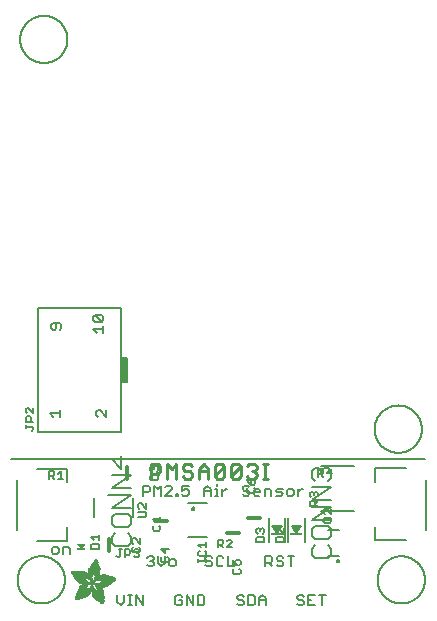
<source format=gbr>
G04 EAGLE Gerber RS-274X export*
G75*
%MOMM*%
%FSLAX34Y34*%
%LPD*%
%INSilkscreen Top*%
%IPPOS*%
%AMOC8*
5,1,8,0,0,1.08239X$1,22.5*%
G01*
%ADD10C,0.152400*%
%ADD11C,0.228600*%
%ADD12C,0.127000*%
%ADD13C,0.304800*%
%ADD14C,0.203200*%
%ADD15R,0.050800X0.006300*%
%ADD16R,0.082600X0.006400*%
%ADD17R,0.120600X0.006300*%
%ADD18R,0.139700X0.006400*%
%ADD19R,0.158800X0.006300*%
%ADD20R,0.177800X0.006400*%
%ADD21R,0.196800X0.006300*%
%ADD22R,0.215900X0.006400*%
%ADD23R,0.228600X0.006300*%
%ADD24R,0.241300X0.006400*%
%ADD25R,0.254000X0.006300*%
%ADD26R,0.266700X0.006400*%
%ADD27R,0.279400X0.006300*%
%ADD28R,0.285700X0.006400*%
%ADD29R,0.298400X0.006300*%
%ADD30R,0.311200X0.006400*%
%ADD31R,0.317500X0.006300*%
%ADD32R,0.330200X0.006400*%
%ADD33R,0.336600X0.006300*%
%ADD34R,0.349200X0.006400*%
%ADD35R,0.361900X0.006300*%
%ADD36R,0.368300X0.006400*%
%ADD37R,0.381000X0.006300*%
%ADD38R,0.387300X0.006400*%
%ADD39R,0.393700X0.006300*%
%ADD40R,0.406400X0.006400*%
%ADD41R,0.412700X0.006300*%
%ADD42R,0.419100X0.006400*%
%ADD43R,0.431800X0.006300*%
%ADD44R,0.438100X0.006400*%
%ADD45R,0.450800X0.006300*%
%ADD46R,0.457200X0.006400*%
%ADD47R,0.463500X0.006300*%
%ADD48R,0.476200X0.006400*%
%ADD49R,0.482600X0.006300*%
%ADD50R,0.488900X0.006400*%
%ADD51R,0.501600X0.006300*%
%ADD52R,0.508000X0.006400*%
%ADD53R,0.514300X0.006300*%
%ADD54R,0.527000X0.006400*%
%ADD55R,0.533400X0.006300*%
%ADD56R,0.546100X0.006400*%
%ADD57R,0.552400X0.006300*%
%ADD58R,0.558800X0.006400*%
%ADD59R,0.571500X0.006300*%
%ADD60R,0.577800X0.006400*%
%ADD61R,0.584200X0.006300*%
%ADD62R,0.596900X0.006400*%
%ADD63R,0.603200X0.006300*%
%ADD64R,0.609600X0.006400*%
%ADD65R,0.622300X0.006300*%
%ADD66R,0.628600X0.006400*%
%ADD67R,0.641300X0.006300*%
%ADD68R,0.647700X0.006400*%
%ADD69R,0.063500X0.006300*%
%ADD70R,0.654000X0.006300*%
%ADD71R,0.101600X0.006400*%
%ADD72R,0.666700X0.006400*%
%ADD73R,0.139700X0.006300*%
%ADD74R,0.673100X0.006300*%
%ADD75R,0.165100X0.006400*%
%ADD76R,0.679400X0.006400*%
%ADD77R,0.196900X0.006300*%
%ADD78R,0.692100X0.006300*%
%ADD79R,0.222200X0.006400*%
%ADD80R,0.698500X0.006400*%
%ADD81R,0.247700X0.006300*%
%ADD82R,0.704800X0.006300*%
%ADD83R,0.279400X0.006400*%
%ADD84R,0.717500X0.006400*%
%ADD85R,0.298500X0.006300*%
%ADD86R,0.723900X0.006300*%
%ADD87R,0.736600X0.006400*%
%ADD88R,0.342900X0.006300*%
%ADD89R,0.742900X0.006300*%
%ADD90R,0.374700X0.006400*%
%ADD91R,0.749300X0.006400*%
%ADD92R,0.762000X0.006300*%
%ADD93R,0.412700X0.006400*%
%ADD94R,0.768300X0.006400*%
%ADD95R,0.438100X0.006300*%
%ADD96R,0.774700X0.006300*%
%ADD97R,0.463600X0.006400*%
%ADD98R,0.787400X0.006400*%
%ADD99R,0.793700X0.006300*%
%ADD100R,0.495300X0.006400*%
%ADD101R,0.800100X0.006400*%
%ADD102R,0.520700X0.006300*%
%ADD103R,0.812800X0.006300*%
%ADD104R,0.533400X0.006400*%
%ADD105R,0.819100X0.006400*%
%ADD106R,0.558800X0.006300*%
%ADD107R,0.825500X0.006300*%
%ADD108R,0.577900X0.006400*%
%ADD109R,0.831800X0.006400*%
%ADD110R,0.596900X0.006300*%
%ADD111R,0.844500X0.006300*%
%ADD112R,0.616000X0.006400*%
%ADD113R,0.850900X0.006400*%
%ADD114R,0.635000X0.006300*%
%ADD115R,0.857200X0.006300*%
%ADD116R,0.654100X0.006400*%
%ADD117R,0.863600X0.006400*%
%ADD118R,0.666700X0.006300*%
%ADD119R,0.869900X0.006300*%
%ADD120R,0.685800X0.006400*%
%ADD121R,0.876300X0.006400*%
%ADD122R,0.882600X0.006300*%
%ADD123R,0.723900X0.006400*%
%ADD124R,0.889000X0.006400*%
%ADD125R,0.895300X0.006300*%
%ADD126R,0.755700X0.006400*%
%ADD127R,0.901700X0.006400*%
%ADD128R,0.908000X0.006300*%
%ADD129R,0.793800X0.006400*%
%ADD130R,0.914400X0.006400*%
%ADD131R,0.806400X0.006300*%
%ADD132R,0.920700X0.006300*%
%ADD133R,0.825500X0.006400*%
%ADD134R,0.927100X0.006400*%
%ADD135R,0.933400X0.006300*%
%ADD136R,0.857300X0.006400*%
%ADD137R,0.939800X0.006400*%
%ADD138R,0.870000X0.006300*%
%ADD139R,0.939800X0.006300*%
%ADD140R,0.946100X0.006400*%
%ADD141R,0.952500X0.006300*%
%ADD142R,0.908000X0.006400*%
%ADD143R,0.958800X0.006400*%
%ADD144R,0.965200X0.006300*%
%ADD145R,0.965200X0.006400*%
%ADD146R,0.971500X0.006300*%
%ADD147R,0.952500X0.006400*%
%ADD148R,0.977900X0.006400*%
%ADD149R,0.958800X0.006300*%
%ADD150R,0.984200X0.006300*%
%ADD151R,0.971500X0.006400*%
%ADD152R,0.984200X0.006400*%
%ADD153R,0.990600X0.006300*%
%ADD154R,0.984300X0.006400*%
%ADD155R,0.996900X0.006400*%
%ADD156R,0.997000X0.006300*%
%ADD157R,0.996900X0.006300*%
%ADD158R,1.003300X0.006400*%
%ADD159R,1.016000X0.006300*%
%ADD160R,1.009600X0.006300*%
%ADD161R,1.016000X0.006400*%
%ADD162R,1.009600X0.006400*%
%ADD163R,1.022300X0.006300*%
%ADD164R,1.028700X0.006400*%
%ADD165R,1.035100X0.006300*%
%ADD166R,1.047800X0.006400*%
%ADD167R,1.054100X0.006300*%
%ADD168R,1.028700X0.006300*%
%ADD169R,1.054100X0.006400*%
%ADD170R,1.035000X0.006400*%
%ADD171R,1.060400X0.006300*%
%ADD172R,1.035000X0.006300*%
%ADD173R,1.060500X0.006400*%
%ADD174R,1.041400X0.006400*%
%ADD175R,1.066800X0.006300*%
%ADD176R,1.041400X0.006300*%
%ADD177R,1.079500X0.006400*%
%ADD178R,1.047700X0.006400*%
%ADD179R,1.085900X0.006300*%
%ADD180R,1.047700X0.006300*%
%ADD181R,1.085800X0.006400*%
%ADD182R,1.092200X0.006300*%
%ADD183R,1.085900X0.006400*%
%ADD184R,1.098600X0.006300*%
%ADD185R,1.098600X0.006400*%
%ADD186R,1.060400X0.006400*%
%ADD187R,1.104900X0.006300*%
%ADD188R,1.104900X0.006400*%
%ADD189R,1.066800X0.006400*%
%ADD190R,1.111200X0.006300*%
%ADD191R,1.117600X0.006400*%
%ADD192R,1.117600X0.006300*%
%ADD193R,1.073100X0.006300*%
%ADD194R,1.073100X0.006400*%
%ADD195R,1.124000X0.006300*%
%ADD196R,1.079500X0.006300*%
%ADD197R,1.123900X0.006400*%
%ADD198R,1.130300X0.006300*%
%ADD199R,1.130300X0.006400*%
%ADD200R,1.136700X0.006400*%
%ADD201R,1.136700X0.006300*%
%ADD202R,1.085800X0.006300*%
%ADD203R,1.136600X0.006400*%
%ADD204R,1.136600X0.006300*%
%ADD205R,1.143000X0.006400*%
%ADD206R,1.143000X0.006300*%
%ADD207R,1.149400X0.006300*%
%ADD208R,1.149300X0.006300*%
%ADD209R,1.149300X0.006400*%
%ADD210R,1.149400X0.006400*%
%ADD211R,1.155700X0.006400*%
%ADD212R,1.155700X0.006300*%
%ADD213R,1.060500X0.006300*%
%ADD214R,2.197100X0.006400*%
%ADD215R,2.197100X0.006300*%
%ADD216R,2.184400X0.006300*%
%ADD217R,2.184400X0.006400*%
%ADD218R,2.171700X0.006400*%
%ADD219R,2.171700X0.006300*%
%ADD220R,1.530300X0.006400*%
%ADD221R,1.505000X0.006300*%
%ADD222R,1.492300X0.006400*%
%ADD223R,1.485900X0.006300*%
%ADD224R,0.565200X0.006300*%
%ADD225R,1.473200X0.006400*%
%ADD226R,0.565200X0.006400*%
%ADD227R,1.460500X0.006300*%
%ADD228R,1.454100X0.006400*%
%ADD229R,0.552400X0.006400*%
%ADD230R,1.441500X0.006300*%
%ADD231R,0.546100X0.006300*%
%ADD232R,1.435100X0.006400*%
%ADD233R,0.539800X0.006400*%
%ADD234R,1.428800X0.006300*%
%ADD235R,1.422400X0.006400*%
%ADD236R,1.409700X0.006300*%
%ADD237R,0.527100X0.006300*%
%ADD238R,1.403300X0.006400*%
%ADD239R,0.527100X0.006400*%
%ADD240R,1.390700X0.006300*%
%ADD241R,1.384300X0.006400*%
%ADD242R,0.520700X0.006400*%
%ADD243R,1.384300X0.006300*%
%ADD244R,0.514400X0.006300*%
%ADD245R,1.371600X0.006400*%
%ADD246R,1.365200X0.006300*%
%ADD247R,0.508000X0.006300*%
%ADD248R,1.352600X0.006400*%
%ADD249R,0.501700X0.006400*%
%ADD250R,0.711200X0.006300*%
%ADD251R,0.603300X0.006300*%
%ADD252R,0.501700X0.006300*%
%ADD253R,0.692100X0.006400*%
%ADD254R,0.571500X0.006400*%
%ADD255R,0.679400X0.006300*%
%ADD256R,0.495300X0.006300*%
%ADD257R,0.673100X0.006400*%
%ADD258R,0.666800X0.006300*%
%ADD259R,0.488900X0.006300*%
%ADD260R,0.660400X0.006400*%
%ADD261R,0.482600X0.006400*%
%ADD262R,0.476200X0.006300*%
%ADD263R,0.654000X0.006400*%
%ADD264R,0.469900X0.006400*%
%ADD265R,0.476300X0.006400*%
%ADD266R,0.647700X0.006300*%
%ADD267R,0.457200X0.006300*%
%ADD268R,0.469900X0.006300*%
%ADD269R,0.641300X0.006400*%
%ADD270R,0.444500X0.006400*%
%ADD271R,0.463600X0.006300*%
%ADD272R,0.635000X0.006400*%
%ADD273R,0.463500X0.006400*%
%ADD274R,0.393700X0.006400*%
%ADD275R,0.450800X0.006400*%
%ADD276R,0.628600X0.006300*%
%ADD277R,0.387400X0.006300*%
%ADD278R,0.450900X0.006300*%
%ADD279R,0.628700X0.006400*%
%ADD280R,0.374600X0.006400*%
%ADD281R,0.368300X0.006300*%
%ADD282R,0.438200X0.006300*%
%ADD283R,0.622300X0.006400*%
%ADD284R,0.355600X0.006400*%
%ADD285R,0.431800X0.006400*%
%ADD286R,0.349300X0.006300*%
%ADD287R,0.425400X0.006300*%
%ADD288R,0.615900X0.006300*%
%ADD289R,0.330200X0.006300*%
%ADD290R,0.419100X0.006300*%
%ADD291R,0.616000X0.006300*%
%ADD292R,0.311200X0.006300*%
%ADD293R,0.406400X0.006300*%
%ADD294R,0.615900X0.006400*%
%ADD295R,0.304800X0.006400*%
%ADD296R,0.158800X0.006400*%
%ADD297R,0.609600X0.006300*%
%ADD298R,0.292100X0.006300*%
%ADD299R,0.235000X0.006300*%
%ADD300R,0.387400X0.006400*%
%ADD301R,0.292100X0.006400*%
%ADD302R,0.336500X0.006300*%
%ADD303R,0.260400X0.006300*%
%ADD304R,0.603300X0.006400*%
%ADD305R,0.260400X0.006400*%
%ADD306R,0.362000X0.006400*%
%ADD307R,0.450900X0.006400*%
%ADD308R,0.355600X0.006300*%
%ADD309R,0.342900X0.006400*%
%ADD310R,0.514300X0.006400*%
%ADD311R,0.234900X0.006300*%
%ADD312R,0.539700X0.006300*%
%ADD313R,0.603200X0.006400*%
%ADD314R,0.234900X0.006400*%
%ADD315R,0.920700X0.006400*%
%ADD316R,0.958900X0.006400*%
%ADD317R,0.215900X0.006300*%
%ADD318R,0.209600X0.006400*%
%ADD319R,0.203200X0.006300*%
%ADD320R,1.003300X0.006300*%
%ADD321R,0.203200X0.006400*%
%ADD322R,0.196900X0.006400*%
%ADD323R,0.190500X0.006300*%
%ADD324R,0.190500X0.006400*%
%ADD325R,0.184200X0.006300*%
%ADD326R,0.590500X0.006400*%
%ADD327R,0.184200X0.006400*%
%ADD328R,0.590500X0.006300*%
%ADD329R,0.177800X0.006300*%
%ADD330R,0.584200X0.006400*%
%ADD331R,1.168400X0.006400*%
%ADD332R,0.171500X0.006300*%
%ADD333R,1.187500X0.006300*%
%ADD334R,1.200100X0.006400*%
%ADD335R,0.577800X0.006300*%
%ADD336R,1.212900X0.006300*%
%ADD337R,1.231900X0.006400*%
%ADD338R,1.250900X0.006300*%
%ADD339R,0.565100X0.006400*%
%ADD340R,0.184100X0.006400*%
%ADD341R,1.263700X0.006400*%
%ADD342R,0.565100X0.006300*%
%ADD343R,1.289100X0.006300*%
%ADD344R,1.314400X0.006400*%
%ADD345R,0.552500X0.006300*%
%ADD346R,1.568500X0.006300*%
%ADD347R,0.552500X0.006400*%
%ADD348R,1.581200X0.006400*%
%ADD349R,1.593800X0.006300*%
%ADD350R,1.606500X0.006400*%
%ADD351R,1.619300X0.006300*%
%ADD352R,0.514400X0.006400*%
%ADD353R,1.638300X0.006400*%
%ADD354R,1.657300X0.006300*%
%ADD355R,2.209800X0.006400*%
%ADD356R,2.425700X0.006300*%
%ADD357R,2.470100X0.006400*%
%ADD358R,2.501900X0.006300*%
%ADD359R,2.533700X0.006400*%
%ADD360R,2.559000X0.006300*%
%ADD361R,2.584500X0.006400*%
%ADD362R,2.609900X0.006300*%
%ADD363R,2.628900X0.006400*%
%ADD364R,2.660600X0.006300*%
%ADD365R,2.673400X0.006400*%
%ADD366R,1.422400X0.006300*%
%ADD367R,1.200200X0.006300*%
%ADD368R,1.365300X0.006300*%
%ADD369R,1.365300X0.006400*%
%ADD370R,1.352500X0.006300*%
%ADD371R,1.098500X0.006300*%
%ADD372R,1.358900X0.006400*%
%ADD373R,1.352600X0.006300*%
%ADD374R,1.358900X0.006300*%
%ADD375R,1.371600X0.006300*%
%ADD376R,1.377900X0.006400*%
%ADD377R,1.397000X0.006400*%
%ADD378R,1.403300X0.006300*%
%ADD379R,0.914400X0.006300*%
%ADD380R,0.876300X0.006300*%
%ADD381R,0.374600X0.006300*%
%ADD382R,1.073200X0.006400*%
%ADD383R,0.374700X0.006300*%
%ADD384R,0.844600X0.006400*%
%ADD385R,0.844600X0.006300*%
%ADD386R,0.831900X0.006400*%
%ADD387R,1.092200X0.006400*%
%ADD388R,0.400000X0.006300*%
%ADD389R,0.819200X0.006400*%
%ADD390R,1.111300X0.006400*%
%ADD391R,0.812800X0.006400*%
%ADD392R,0.800100X0.006300*%
%ADD393R,0.476300X0.006300*%
%ADD394R,1.181100X0.006300*%
%ADD395R,0.501600X0.006400*%
%ADD396R,1.193800X0.006400*%
%ADD397R,0.781000X0.006400*%
%ADD398R,1.238200X0.006400*%
%ADD399R,0.781100X0.006300*%
%ADD400R,1.257300X0.006300*%
%ADD401R,1.295400X0.006400*%
%ADD402R,1.333500X0.006300*%
%ADD403R,0.774700X0.006400*%
%ADD404R,1.866900X0.006400*%
%ADD405R,0.209600X0.006300*%
%ADD406R,1.866900X0.006300*%
%ADD407R,0.768400X0.006400*%
%ADD408R,0.209500X0.006400*%
%ADD409R,1.860600X0.006400*%
%ADD410R,0.762000X0.006400*%
%ADD411R,0.768400X0.006300*%
%ADD412R,1.860600X0.006300*%
%ADD413R,1.860500X0.006400*%
%ADD414R,0.222300X0.006300*%
%ADD415R,1.854200X0.006300*%
%ADD416R,0.235000X0.006400*%
%ADD417R,1.854200X0.006400*%
%ADD418R,0.768300X0.006300*%
%ADD419R,0.260300X0.006400*%
%ADD420R,1.847800X0.006400*%
%ADD421R,0.266700X0.006300*%
%ADD422R,1.847800X0.006300*%
%ADD423R,0.273100X0.006400*%
%ADD424R,1.841500X0.006400*%
%ADD425R,0.285800X0.006300*%
%ADD426R,1.841500X0.006300*%
%ADD427R,0.298500X0.006400*%
%ADD428R,1.835100X0.006400*%
%ADD429R,0.781000X0.006300*%
%ADD430R,0.304800X0.006300*%
%ADD431R,1.835100X0.006300*%
%ADD432R,0.317500X0.006400*%
%ADD433R,1.828800X0.006400*%
%ADD434R,0.787400X0.006300*%
%ADD435R,0.323800X0.006300*%
%ADD436R,1.828800X0.006300*%
%ADD437R,0.793700X0.006400*%
%ADD438R,1.822400X0.006400*%
%ADD439R,0.806500X0.006300*%
%ADD440R,1.822400X0.006300*%
%ADD441R,1.816100X0.006400*%
%ADD442R,0.819100X0.006300*%
%ADD443R,0.387300X0.006300*%
%ADD444R,1.816100X0.006300*%
%ADD445R,1.809800X0.006400*%
%ADD446R,1.803400X0.006300*%
%ADD447R,1.797000X0.006400*%
%ADD448R,0.901700X0.006300*%
%ADD449R,1.797000X0.006300*%
%ADD450R,1.441400X0.006400*%
%ADD451R,1.790700X0.006400*%
%ADD452R,1.447800X0.006300*%
%ADD453R,1.784300X0.006300*%
%ADD454R,1.447800X0.006400*%
%ADD455R,1.784300X0.006400*%
%ADD456R,1.454100X0.006300*%
%ADD457R,1.771700X0.006300*%
%ADD458R,1.460500X0.006400*%
%ADD459R,1.759000X0.006400*%
%ADD460R,1.466800X0.006300*%
%ADD461R,1.752600X0.006300*%
%ADD462R,1.466800X0.006400*%
%ADD463R,1.739900X0.006400*%
%ADD464R,1.473200X0.006300*%
%ADD465R,1.727200X0.006300*%
%ADD466R,1.479500X0.006400*%
%ADD467R,1.714500X0.006400*%
%ADD468R,1.695400X0.006300*%
%ADD469R,1.485900X0.006400*%
%ADD470R,1.682700X0.006400*%
%ADD471R,1.492200X0.006300*%
%ADD472R,1.663700X0.006300*%
%ADD473R,1.498600X0.006400*%
%ADD474R,1.644600X0.006400*%
%ADD475R,1.498600X0.006300*%
%ADD476R,1.619200X0.006300*%
%ADD477R,1.511300X0.006400*%
%ADD478R,1.600200X0.006400*%
%ADD479R,1.517700X0.006300*%
%ADD480R,1.574800X0.006300*%
%ADD481R,1.524000X0.006400*%
%ADD482R,1.555800X0.006400*%
%ADD483R,1.524000X0.006300*%
%ADD484R,1.536700X0.006300*%
%ADD485R,1.530400X0.006400*%
%ADD486R,1.517700X0.006400*%
%ADD487R,1.492300X0.006300*%
%ADD488R,1.549400X0.006400*%
%ADD489R,1.479600X0.006400*%
%ADD490R,1.549400X0.006300*%
%ADD491R,1.555700X0.006400*%
%ADD492R,1.562100X0.006300*%
%ADD493R,0.323900X0.006300*%
%ADD494R,1.568400X0.006400*%
%ADD495R,0.336600X0.006400*%
%ADD496R,1.587500X0.006300*%
%ADD497R,0.971600X0.006300*%
%ADD498R,0.349300X0.006400*%
%ADD499R,1.600200X0.006300*%
%ADD500R,0.920800X0.006300*%
%ADD501R,0.882700X0.006400*%
%ADD502R,1.612900X0.006300*%
%ADD503R,0.362000X0.006300*%
%ADD504R,1.625600X0.006400*%
%ADD505R,1.625600X0.006300*%
%ADD506R,1.644600X0.006300*%
%ADD507R,0.736600X0.006300*%
%ADD508R,0.717600X0.006400*%
%ADD509R,1.657400X0.006300*%
%ADD510R,0.679500X0.006300*%
%ADD511R,1.663700X0.006400*%
%ADD512R,0.400000X0.006400*%
%ADD513R,1.676400X0.006300*%
%ADD514R,1.676400X0.006400*%
%ADD515R,0.425500X0.006400*%
%ADD516R,1.352500X0.006400*%
%ADD517R,0.444500X0.006300*%
%ADD518R,0.361900X0.006400*%
%ADD519R,0.088900X0.006300*%
%ADD520R,1.009700X0.006300*%
%ADD521R,1.009700X0.006400*%
%ADD522R,1.022300X0.006400*%
%ADD523R,1.346200X0.006400*%
%ADD524R,1.346200X0.006300*%
%ADD525R,1.339900X0.006400*%
%ADD526R,1.035100X0.006400*%
%ADD527R,1.339800X0.006300*%
%ADD528R,1.333500X0.006400*%
%ADD529R,1.327200X0.006400*%
%ADD530R,1.320800X0.006300*%
%ADD531R,1.314500X0.006400*%
%ADD532R,1.314400X0.006300*%
%ADD533R,1.301700X0.006400*%
%ADD534R,1.295400X0.006300*%
%ADD535R,1.289000X0.006400*%
%ADD536R,1.276300X0.006300*%
%ADD537R,1.251000X0.006300*%
%ADD538R,1.244600X0.006400*%
%ADD539R,1.231900X0.006300*%
%ADD540R,1.212800X0.006400*%
%ADD541R,1.200100X0.006300*%
%ADD542R,1.187400X0.006400*%
%ADD543R,1.168400X0.006300*%
%ADD544R,1.047800X0.006300*%
%ADD545R,0.977900X0.006300*%
%ADD546R,0.946200X0.006400*%
%ADD547R,0.933400X0.006400*%
%ADD548R,0.895300X0.006400*%
%ADD549R,0.882700X0.006300*%
%ADD550R,0.863600X0.006300*%
%ADD551R,0.857200X0.006400*%
%ADD552R,0.850900X0.006300*%
%ADD553R,0.838200X0.006300*%
%ADD554R,0.806500X0.006400*%
%ADD555R,0.717600X0.006300*%
%ADD556R,0.711200X0.006400*%
%ADD557R,0.641400X0.006400*%
%ADD558R,0.641400X0.006300*%
%ADD559R,0.628700X0.006300*%
%ADD560R,0.590600X0.006300*%
%ADD561R,0.539700X0.006400*%
%ADD562R,0.285700X0.006300*%
%ADD563R,0.222200X0.006300*%
%ADD564R,0.171400X0.006300*%
%ADD565R,0.152400X0.006400*%
%ADD566R,0.133400X0.006300*%
%ADD567R,0.762000X0.127000*%
%ADD568R,1.000000X0.200000*%

G36*
X96975Y192217D02*
X96975Y192217D01*
X97041Y192219D01*
X97084Y192237D01*
X97131Y192245D01*
X97188Y192279D01*
X97248Y192304D01*
X97283Y192335D01*
X97324Y192360D01*
X97366Y192411D01*
X97414Y192455D01*
X97436Y192497D01*
X97465Y192534D01*
X97486Y192596D01*
X97517Y192655D01*
X97525Y192709D01*
X97537Y192746D01*
X97536Y192786D01*
X97544Y192840D01*
X97544Y213160D01*
X97533Y213225D01*
X97531Y213291D01*
X97513Y213334D01*
X97505Y213381D01*
X97471Y213438D01*
X97446Y213498D01*
X97415Y213533D01*
X97390Y213574D01*
X97339Y213616D01*
X97295Y213664D01*
X97253Y213686D01*
X97216Y213715D01*
X97154Y213736D01*
X97095Y213767D01*
X97041Y213775D01*
X97004Y213787D01*
X96964Y213786D01*
X96910Y213794D01*
X93100Y213794D01*
X93035Y213783D01*
X92969Y213781D01*
X92926Y213763D01*
X92879Y213755D01*
X92822Y213721D01*
X92762Y213696D01*
X92727Y213665D01*
X92686Y213640D01*
X92645Y213589D01*
X92596Y213545D01*
X92574Y213503D01*
X92545Y213466D01*
X92524Y213404D01*
X92493Y213345D01*
X92485Y213291D01*
X92473Y213254D01*
X92473Y213232D01*
X92473Y213230D01*
X92473Y213210D01*
X92466Y213160D01*
X92466Y192840D01*
X92477Y192775D01*
X92479Y192709D01*
X92497Y192666D01*
X92505Y192619D01*
X92539Y192562D01*
X92564Y192502D01*
X92595Y192467D01*
X92620Y192426D01*
X92671Y192385D01*
X92715Y192336D01*
X92757Y192314D01*
X92794Y192285D01*
X92856Y192264D01*
X92915Y192233D01*
X92969Y192225D01*
X93006Y192213D01*
X93046Y192214D01*
X93100Y192206D01*
X96910Y192206D01*
X96975Y192217D01*
G37*
G36*
X224906Y65305D02*
X224906Y65305D01*
X224933Y65305D01*
X225044Y65337D01*
X225157Y65363D01*
X225180Y65376D01*
X225206Y65384D01*
X225304Y65446D01*
X225405Y65502D01*
X225421Y65520D01*
X225446Y65535D01*
X225631Y65743D01*
X225635Y65747D01*
X227635Y68747D01*
X227666Y68811D01*
X227706Y68871D01*
X227727Y68939D01*
X227758Y69003D01*
X227770Y69074D01*
X227791Y69142D01*
X227793Y69213D01*
X227805Y69284D01*
X227797Y69355D01*
X227799Y69426D01*
X227781Y69495D01*
X227772Y69566D01*
X227745Y69632D01*
X227727Y69701D01*
X227690Y69762D01*
X227663Y69828D01*
X227618Y69884D01*
X227582Y69946D01*
X227530Y69995D01*
X227485Y70050D01*
X227427Y70091D01*
X227374Y70140D01*
X227311Y70173D01*
X227253Y70214D01*
X227185Y70237D01*
X227121Y70270D01*
X227062Y70280D01*
X226984Y70307D01*
X226865Y70313D01*
X226790Y70325D01*
X222790Y70325D01*
X222719Y70315D01*
X222647Y70315D01*
X222579Y70295D01*
X222509Y70285D01*
X222443Y70256D01*
X222374Y70236D01*
X222314Y70198D01*
X222249Y70169D01*
X222194Y70123D01*
X222134Y70085D01*
X222086Y70032D01*
X222032Y69986D01*
X221992Y69926D01*
X221945Y69872D01*
X221914Y69808D01*
X221875Y69749D01*
X221853Y69681D01*
X221822Y69616D01*
X221810Y69546D01*
X221789Y69478D01*
X221787Y69406D01*
X221775Y69336D01*
X221783Y69265D01*
X221781Y69194D01*
X221800Y69124D01*
X221808Y69053D01*
X221833Y68998D01*
X221853Y68919D01*
X221914Y68816D01*
X221945Y68747D01*
X223945Y65747D01*
X224022Y65660D01*
X224095Y65570D01*
X224117Y65555D01*
X224135Y65535D01*
X224232Y65473D01*
X224327Y65406D01*
X224353Y65398D01*
X224375Y65383D01*
X224486Y65351D01*
X224596Y65313D01*
X224623Y65312D01*
X224648Y65305D01*
X224764Y65305D01*
X224880Y65299D01*
X224906Y65305D01*
G37*
G36*
X241416Y65305D02*
X241416Y65305D01*
X241443Y65305D01*
X241554Y65337D01*
X241667Y65363D01*
X241690Y65376D01*
X241716Y65384D01*
X241814Y65446D01*
X241915Y65502D01*
X241931Y65520D01*
X241956Y65535D01*
X242141Y65743D01*
X242145Y65747D01*
X244145Y68747D01*
X244176Y68811D01*
X244216Y68871D01*
X244237Y68939D01*
X244268Y69003D01*
X244280Y69074D01*
X244301Y69142D01*
X244303Y69213D01*
X244315Y69284D01*
X244307Y69355D01*
X244309Y69426D01*
X244291Y69495D01*
X244282Y69566D01*
X244255Y69632D01*
X244237Y69701D01*
X244200Y69762D01*
X244173Y69828D01*
X244128Y69884D01*
X244092Y69946D01*
X244040Y69995D01*
X243995Y70050D01*
X243937Y70091D01*
X243884Y70140D01*
X243821Y70173D01*
X243763Y70214D01*
X243695Y70237D01*
X243631Y70270D01*
X243572Y70280D01*
X243494Y70307D01*
X243375Y70313D01*
X243300Y70325D01*
X239300Y70325D01*
X239229Y70315D01*
X239157Y70315D01*
X239089Y70295D01*
X239019Y70285D01*
X238953Y70256D01*
X238884Y70236D01*
X238824Y70198D01*
X238759Y70169D01*
X238704Y70123D01*
X238644Y70085D01*
X238596Y70032D01*
X238542Y69986D01*
X238502Y69926D01*
X238455Y69872D01*
X238424Y69808D01*
X238385Y69749D01*
X238363Y69681D01*
X238332Y69616D01*
X238320Y69546D01*
X238299Y69478D01*
X238297Y69406D01*
X238285Y69336D01*
X238293Y69265D01*
X238291Y69194D01*
X238310Y69124D01*
X238318Y69053D01*
X238343Y68998D01*
X238363Y68919D01*
X238424Y68816D01*
X238455Y68747D01*
X240455Y65747D01*
X240532Y65660D01*
X240605Y65570D01*
X240627Y65555D01*
X240645Y65535D01*
X240742Y65473D01*
X240837Y65406D01*
X240863Y65398D01*
X240885Y65383D01*
X240996Y65351D01*
X241106Y65313D01*
X241133Y65312D01*
X241158Y65305D01*
X241274Y65305D01*
X241390Y65299D01*
X241416Y65305D01*
G37*
G36*
X59219Y51046D02*
X59219Y51046D01*
X59239Y51044D01*
X59340Y51069D01*
X59442Y51088D01*
X59459Y51098D01*
X59478Y51102D01*
X59566Y51158D01*
X59656Y51209D01*
X59673Y51226D01*
X59686Y51234D01*
X59706Y51259D01*
X59774Y51327D01*
X62314Y54502D01*
X62329Y54528D01*
X62350Y54550D01*
X62389Y54635D01*
X62435Y54717D01*
X62441Y54746D01*
X62453Y54773D01*
X62463Y54866D01*
X62481Y54958D01*
X62477Y54988D01*
X62480Y55017D01*
X62460Y55109D01*
X62448Y55202D01*
X62434Y55229D01*
X62428Y55258D01*
X62380Y55338D01*
X62338Y55422D01*
X62317Y55443D01*
X62302Y55469D01*
X62230Y55530D01*
X62164Y55596D01*
X62138Y55609D01*
X62115Y55629D01*
X62028Y55664D01*
X61944Y55706D01*
X61914Y55710D01*
X61887Y55721D01*
X61720Y55739D01*
X56640Y55739D01*
X56611Y55734D01*
X56581Y55737D01*
X56490Y55715D01*
X56397Y55700D01*
X56371Y55686D01*
X56342Y55679D01*
X56263Y55628D01*
X56180Y55584D01*
X56159Y55563D01*
X56134Y55547D01*
X56075Y55474D01*
X56011Y55406D01*
X55998Y55379D01*
X55979Y55356D01*
X55946Y55268D01*
X55907Y55183D01*
X55904Y55153D01*
X55893Y55126D01*
X55890Y55032D01*
X55880Y54939D01*
X55886Y54909D01*
X55885Y54880D01*
X55912Y54790D01*
X55932Y54698D01*
X55947Y54673D01*
X55956Y54644D01*
X56046Y54502D01*
X58586Y51327D01*
X58663Y51258D01*
X58736Y51185D01*
X58754Y51176D01*
X58768Y51163D01*
X58864Y51121D01*
X58956Y51075D01*
X58976Y51073D01*
X58994Y51065D01*
X59097Y51056D01*
X59200Y51042D01*
X59219Y51046D01*
G37*
D10*
X89748Y12455D02*
X89748Y6693D01*
X92630Y3812D01*
X95511Y6693D01*
X95511Y12455D01*
X99104Y3812D02*
X101985Y3812D01*
X100544Y3812D02*
X100544Y12455D01*
X99104Y12455D02*
X101985Y12455D01*
X105340Y12455D02*
X105340Y3812D01*
X111103Y3812D02*
X105340Y12455D01*
X111103Y12455D02*
X111103Y3812D01*
X114859Y44035D02*
X116300Y45475D01*
X119181Y45475D01*
X120621Y44035D01*
X120621Y42594D01*
X119181Y41154D01*
X117740Y41154D01*
X119181Y41154D02*
X120621Y39713D01*
X120621Y38273D01*
X119181Y36832D01*
X116300Y36832D01*
X114859Y38273D01*
X124214Y39713D02*
X124214Y45475D01*
X124214Y39713D02*
X127096Y36832D01*
X129977Y39713D01*
X129977Y45475D01*
X135010Y36832D02*
X137891Y36832D01*
X139332Y38273D01*
X139332Y41154D01*
X137891Y42594D01*
X135010Y42594D01*
X133570Y41154D01*
X133570Y38273D01*
X135010Y36832D01*
X143311Y12455D02*
X144751Y11015D01*
X143311Y12455D02*
X140430Y12455D01*
X138989Y11015D01*
X138989Y5253D01*
X140430Y3812D01*
X143311Y3812D01*
X144751Y5253D01*
X144751Y8134D01*
X141870Y8134D01*
X148344Y12455D02*
X148344Y3812D01*
X154107Y3812D02*
X148344Y12455D01*
X154107Y12455D02*
X154107Y3812D01*
X157700Y3812D02*
X157700Y12455D01*
X157700Y3812D02*
X162021Y3812D01*
X163462Y5253D01*
X163462Y11015D01*
X162021Y12455D01*
X157700Y12455D01*
X170151Y44035D02*
X168711Y45475D01*
X165830Y45475D01*
X164389Y44035D01*
X164389Y42594D01*
X165830Y41154D01*
X168711Y41154D01*
X170151Y39713D01*
X170151Y38273D01*
X168711Y36832D01*
X165830Y36832D01*
X164389Y38273D01*
X178066Y45475D02*
X179507Y44035D01*
X178066Y45475D02*
X175185Y45475D01*
X173744Y44035D01*
X173744Y38273D01*
X175185Y36832D01*
X178066Y36832D01*
X179507Y38273D01*
X183100Y36832D02*
X183100Y45475D01*
X183100Y36832D02*
X188862Y36832D01*
X195381Y12455D02*
X196821Y11015D01*
X195381Y12455D02*
X192500Y12455D01*
X191059Y11015D01*
X191059Y9574D01*
X192500Y8134D01*
X195381Y8134D01*
X196821Y6693D01*
X196821Y5253D01*
X195381Y3812D01*
X192500Y3812D01*
X191059Y5253D01*
X200414Y3812D02*
X200414Y12455D01*
X200414Y3812D02*
X204736Y3812D01*
X206177Y5253D01*
X206177Y11015D01*
X204736Y12455D01*
X200414Y12455D01*
X209770Y9574D02*
X209770Y3812D01*
X209770Y9574D02*
X212651Y12455D01*
X215532Y9574D01*
X215532Y3812D01*
X215532Y8134D02*
X209770Y8134D01*
X215189Y36832D02*
X215189Y45475D01*
X219511Y45475D01*
X220951Y44035D01*
X220951Y41154D01*
X219511Y39713D01*
X215189Y39713D01*
X218070Y39713D02*
X220951Y36832D01*
X228866Y45475D02*
X230307Y44035D01*
X228866Y45475D02*
X225985Y45475D01*
X224544Y44035D01*
X224544Y42594D01*
X225985Y41154D01*
X228866Y41154D01*
X230307Y39713D01*
X230307Y38273D01*
X228866Y36832D01*
X225985Y36832D01*
X224544Y38273D01*
X236781Y36832D02*
X236781Y45475D01*
X233900Y45475D02*
X239662Y45475D01*
D11*
X117914Y111127D02*
X117914Y123584D01*
X124142Y123584D01*
X126218Y121508D01*
X126218Y117355D01*
X124142Y115279D01*
X117914Y115279D01*
X131479Y111127D02*
X131479Y123584D01*
X135631Y119431D01*
X139783Y123584D01*
X139783Y111127D01*
X151272Y123584D02*
X153348Y121508D01*
X151272Y123584D02*
X147120Y123584D01*
X145044Y121508D01*
X145044Y119431D01*
X147120Y117355D01*
X151272Y117355D01*
X153348Y115279D01*
X153348Y113203D01*
X151272Y111127D01*
X147120Y111127D01*
X145044Y113203D01*
X158609Y111127D02*
X158609Y119431D01*
X162761Y123584D01*
X166913Y119431D01*
X166913Y111127D01*
X166913Y117355D02*
X158609Y117355D01*
X172174Y113203D02*
X172174Y121508D01*
X174250Y123584D01*
X178402Y123584D01*
X180478Y121508D01*
X180478Y113203D01*
X178402Y111127D01*
X174250Y111127D01*
X172174Y113203D01*
X180478Y121508D01*
X185739Y121508D02*
X185739Y113203D01*
X185739Y121508D02*
X187815Y123584D01*
X191967Y123584D01*
X194043Y121508D01*
X194043Y113203D01*
X191967Y111127D01*
X187815Y111127D01*
X185739Y113203D01*
X194043Y121508D01*
X199304Y121508D02*
X201380Y123584D01*
X205532Y123584D01*
X207608Y121508D01*
X207608Y119431D01*
X205532Y117355D01*
X203456Y117355D01*
X205532Y117355D02*
X207608Y115279D01*
X207608Y113203D01*
X205532Y111127D01*
X201380Y111127D01*
X199304Y113203D01*
X212869Y111127D02*
X217021Y111127D01*
X214945Y111127D02*
X214945Y123584D01*
X212869Y123584D02*
X217021Y123584D01*
D10*
X111578Y105165D02*
X111578Y96522D01*
X111578Y105165D02*
X115899Y105165D01*
X117340Y103725D01*
X117340Y100844D01*
X115899Y99403D01*
X111578Y99403D01*
X120933Y96522D02*
X120933Y105165D01*
X123814Y102284D01*
X126695Y105165D01*
X126695Y96522D01*
X130288Y96522D02*
X136050Y96522D01*
X130288Y96522D02*
X136050Y102284D01*
X136050Y103725D01*
X134610Y105165D01*
X131729Y105165D01*
X130288Y103725D01*
X139643Y97963D02*
X139643Y96522D01*
X139643Y97963D02*
X141084Y97963D01*
X141084Y96522D01*
X139643Y96522D01*
X144321Y105165D02*
X150083Y105165D01*
X144321Y105165D02*
X144321Y100844D01*
X147202Y102284D01*
X148643Y102284D01*
X150083Y100844D01*
X150083Y97963D01*
X148643Y96522D01*
X145761Y96522D01*
X144321Y97963D01*
X163031Y96522D02*
X163031Y102284D01*
X165912Y105165D01*
X168793Y102284D01*
X168793Y96522D01*
X168793Y100844D02*
X163031Y100844D01*
X172386Y102284D02*
X173827Y102284D01*
X173827Y96522D01*
X172386Y96522D02*
X175268Y96522D01*
X173827Y105165D02*
X173827Y106606D01*
X178623Y102284D02*
X178623Y96522D01*
X178623Y99403D02*
X181504Y102284D01*
X182945Y102284D01*
X200096Y105165D02*
X201537Y103725D01*
X200096Y105165D02*
X197215Y105165D01*
X195774Y103725D01*
X195774Y102284D01*
X197215Y100844D01*
X200096Y100844D01*
X201537Y99403D01*
X201537Y97963D01*
X200096Y96522D01*
X197215Y96522D01*
X195774Y97963D01*
X206570Y96522D02*
X209451Y96522D01*
X206570Y96522D02*
X205130Y97963D01*
X205130Y100844D01*
X206570Y102284D01*
X209451Y102284D01*
X210892Y100844D01*
X210892Y99403D01*
X205130Y99403D01*
X214485Y96522D02*
X214485Y102284D01*
X218806Y102284D01*
X220247Y100844D01*
X220247Y96522D01*
X223840Y96522D02*
X228162Y96522D01*
X229602Y97963D01*
X228162Y99403D01*
X225280Y99403D01*
X223840Y100844D01*
X225280Y102284D01*
X229602Y102284D01*
X234636Y96522D02*
X237517Y96522D01*
X238957Y97963D01*
X238957Y100844D01*
X237517Y102284D01*
X234636Y102284D01*
X233195Y100844D01*
X233195Y97963D01*
X234636Y96522D01*
X242550Y96522D02*
X242550Y102284D01*
X242550Y99403D02*
X245431Y102284D01*
X246872Y102284D01*
D12*
X38583Y47115D02*
X35618Y47115D01*
X38583Y47115D02*
X40066Y48598D01*
X40066Y51564D01*
X38583Y53047D01*
X35618Y53047D01*
X34135Y51564D01*
X34135Y48598D01*
X35618Y47115D01*
X43490Y47115D02*
X43490Y53047D01*
X47939Y53047D01*
X49422Y51564D01*
X49422Y47115D01*
D10*
X0Y128000D02*
X350000Y128000D01*
X80518Y163322D02*
X80518Y169084D01*
X80518Y163322D02*
X74756Y169084D01*
X73315Y169084D01*
X71875Y167644D01*
X71875Y164763D01*
X73315Y163322D01*
X35386Y163322D02*
X32505Y166203D01*
X41148Y166203D01*
X41148Y163322D02*
X41148Y169084D01*
X40977Y236982D02*
X42418Y238423D01*
X42418Y241304D01*
X40977Y242744D01*
X35215Y242744D01*
X33775Y241304D01*
X33775Y238423D01*
X35215Y236982D01*
X36656Y236982D01*
X38096Y238423D01*
X38096Y242744D01*
X69335Y237323D02*
X72216Y234442D01*
X69335Y237323D02*
X77978Y237323D01*
X77978Y234442D02*
X77978Y240204D01*
X76537Y243797D02*
X70775Y243797D01*
X69335Y245238D01*
X69335Y248119D01*
X70775Y249559D01*
X76537Y249559D01*
X77978Y248119D01*
X77978Y245238D01*
X76537Y243797D01*
X70775Y249559D01*
X246181Y12455D02*
X247621Y11015D01*
X246181Y12455D02*
X243300Y12455D01*
X241859Y11015D01*
X241859Y9574D01*
X243300Y8134D01*
X246181Y8134D01*
X247621Y6693D01*
X247621Y5253D01*
X246181Y3812D01*
X243300Y3812D01*
X241859Y5253D01*
X251214Y12455D02*
X256977Y12455D01*
X251214Y12455D02*
X251214Y3812D01*
X256977Y3812D01*
X254096Y8134D02*
X251214Y8134D01*
X263451Y3812D02*
X263451Y12455D01*
X260570Y12455D02*
X266332Y12455D01*
D13*
X82410Y50040D02*
X82410Y60200D01*
D10*
X102216Y51839D02*
X103318Y52940D01*
X102216Y51839D02*
X102216Y49635D01*
X103318Y48534D01*
X107724Y48534D01*
X108826Y49635D01*
X108826Y51839D01*
X107724Y52940D01*
X108826Y56018D02*
X108826Y60424D01*
X108826Y56018D02*
X104420Y60424D01*
X103318Y60424D01*
X102216Y59323D01*
X102216Y57119D01*
X103318Y56018D01*
D14*
X69720Y78870D02*
X69720Y94870D01*
X102720Y94870D02*
X102720Y78870D01*
X90220Y97370D02*
X82220Y97370D01*
D10*
X107296Y78284D02*
X112804Y78284D01*
X113906Y79385D01*
X113906Y81589D01*
X112804Y82690D01*
X107296Y82690D01*
X113906Y85768D02*
X113906Y90174D01*
X113906Y85768D02*
X109500Y90174D01*
X108398Y90174D01*
X107296Y89073D01*
X107296Y86869D01*
X108398Y85768D01*
D13*
X97650Y111000D02*
X97650Y121160D01*
D10*
X117456Y112799D02*
X118558Y113900D01*
X117456Y112799D02*
X117456Y110595D01*
X118558Y109494D01*
X122964Y109494D01*
X124066Y110595D01*
X124066Y112799D01*
X122964Y113900D01*
X118558Y116978D02*
X117456Y118079D01*
X117456Y120283D01*
X118558Y121384D01*
X119660Y121384D01*
X120761Y120283D01*
X120761Y119181D01*
X120761Y120283D02*
X121863Y121384D01*
X122964Y121384D01*
X124066Y120283D01*
X124066Y118079D01*
X122964Y116978D01*
X120728Y71340D02*
X119626Y70239D01*
X119626Y68035D01*
X120728Y66934D01*
X125134Y66934D01*
X126236Y68035D01*
X126236Y70239D01*
X125134Y71340D01*
X121830Y74418D02*
X119626Y76621D01*
X126236Y76621D01*
X126236Y74418D02*
X126236Y78824D01*
D14*
X262100Y122010D02*
X290100Y122010D01*
X290100Y84010D02*
X262100Y84010D01*
D10*
X259338Y87772D02*
X252728Y87772D01*
X252728Y91077D01*
X253830Y92178D01*
X256033Y92178D01*
X257135Y91077D01*
X257135Y87772D01*
X257135Y89975D02*
X259338Y92178D01*
X253830Y95256D02*
X252728Y96358D01*
X252728Y98561D01*
X253830Y99663D01*
X254932Y99663D01*
X256033Y98561D01*
X256033Y97459D01*
X256033Y98561D02*
X257135Y99663D01*
X258236Y99663D01*
X259338Y98561D01*
X259338Y96358D01*
X258236Y95256D01*
D14*
X268410Y45390D02*
X277410Y45390D01*
X277410Y67390D02*
X268410Y67390D01*
X275410Y41390D02*
X275412Y41453D01*
X275418Y41515D01*
X275428Y41577D01*
X275441Y41639D01*
X275459Y41699D01*
X275480Y41758D01*
X275505Y41816D01*
X275534Y41872D01*
X275566Y41926D01*
X275601Y41978D01*
X275639Y42027D01*
X275681Y42075D01*
X275725Y42119D01*
X275773Y42161D01*
X275822Y42199D01*
X275874Y42234D01*
X275928Y42266D01*
X275984Y42295D01*
X276042Y42320D01*
X276101Y42341D01*
X276161Y42359D01*
X276223Y42372D01*
X276285Y42382D01*
X276347Y42388D01*
X276410Y42390D01*
X276473Y42388D01*
X276535Y42382D01*
X276597Y42372D01*
X276659Y42359D01*
X276719Y42341D01*
X276778Y42320D01*
X276836Y42295D01*
X276892Y42266D01*
X276946Y42234D01*
X276998Y42199D01*
X277047Y42161D01*
X277095Y42119D01*
X277139Y42075D01*
X277181Y42027D01*
X277219Y41978D01*
X277254Y41926D01*
X277286Y41872D01*
X277315Y41816D01*
X277340Y41758D01*
X277361Y41699D01*
X277379Y41639D01*
X277392Y41577D01*
X277402Y41515D01*
X277408Y41453D01*
X277410Y41390D01*
X277408Y41327D01*
X277402Y41265D01*
X277392Y41203D01*
X277379Y41141D01*
X277361Y41081D01*
X277340Y41022D01*
X277315Y40964D01*
X277286Y40908D01*
X277254Y40854D01*
X277219Y40802D01*
X277181Y40753D01*
X277139Y40705D01*
X277095Y40661D01*
X277047Y40619D01*
X276998Y40581D01*
X276946Y40546D01*
X276892Y40514D01*
X276836Y40485D01*
X276778Y40460D01*
X276719Y40439D01*
X276659Y40421D01*
X276597Y40408D01*
X276535Y40398D01*
X276473Y40392D01*
X276410Y40390D01*
X276347Y40392D01*
X276285Y40398D01*
X276223Y40408D01*
X276161Y40421D01*
X276101Y40439D01*
X276042Y40460D01*
X275984Y40485D01*
X275928Y40514D01*
X275874Y40546D01*
X275822Y40581D01*
X275773Y40619D01*
X275725Y40661D01*
X275681Y40705D01*
X275639Y40753D01*
X275601Y40802D01*
X275566Y40854D01*
X275534Y40908D01*
X275505Y40964D01*
X275480Y41022D01*
X275459Y41081D01*
X275441Y41141D01*
X275428Y41203D01*
X275418Y41265D01*
X275412Y41327D01*
X275410Y41390D01*
D10*
X269776Y73662D02*
X265370Y73662D01*
X264268Y74764D01*
X264268Y76967D01*
X265370Y78068D01*
X269776Y78068D01*
X270878Y76967D01*
X270878Y74764D01*
X269776Y73662D01*
X268675Y75865D02*
X270878Y78068D01*
X270878Y81146D02*
X270878Y85553D01*
X266472Y85553D02*
X270878Y81146D01*
X266472Y85553D02*
X265370Y85553D01*
X264268Y84451D01*
X264268Y82248D01*
X265370Y81146D01*
D14*
X7540Y483000D02*
X7546Y483491D01*
X7564Y483981D01*
X7594Y484471D01*
X7636Y484960D01*
X7690Y485448D01*
X7756Y485935D01*
X7834Y486419D01*
X7924Y486902D01*
X8026Y487382D01*
X8139Y487860D01*
X8264Y488334D01*
X8401Y488806D01*
X8549Y489274D01*
X8709Y489738D01*
X8880Y490198D01*
X9062Y490654D01*
X9256Y491105D01*
X9460Y491551D01*
X9676Y491992D01*
X9902Y492428D01*
X10138Y492858D01*
X10385Y493282D01*
X10643Y493700D01*
X10911Y494111D01*
X11188Y494516D01*
X11476Y494914D01*
X11773Y495305D01*
X12080Y495688D01*
X12396Y496063D01*
X12721Y496431D01*
X13055Y496791D01*
X13398Y497142D01*
X13749Y497485D01*
X14109Y497819D01*
X14477Y498144D01*
X14852Y498460D01*
X15235Y498767D01*
X15626Y499064D01*
X16024Y499352D01*
X16429Y499629D01*
X16840Y499897D01*
X17258Y500155D01*
X17682Y500402D01*
X18112Y500638D01*
X18548Y500864D01*
X18989Y501080D01*
X19435Y501284D01*
X19886Y501478D01*
X20342Y501660D01*
X20802Y501831D01*
X21266Y501991D01*
X21734Y502139D01*
X22206Y502276D01*
X22680Y502401D01*
X23158Y502514D01*
X23638Y502616D01*
X24121Y502706D01*
X24605Y502784D01*
X25092Y502850D01*
X25580Y502904D01*
X26069Y502946D01*
X26559Y502976D01*
X27049Y502994D01*
X27540Y503000D01*
X28031Y502994D01*
X28521Y502976D01*
X29011Y502946D01*
X29500Y502904D01*
X29988Y502850D01*
X30475Y502784D01*
X30959Y502706D01*
X31442Y502616D01*
X31922Y502514D01*
X32400Y502401D01*
X32874Y502276D01*
X33346Y502139D01*
X33814Y501991D01*
X34278Y501831D01*
X34738Y501660D01*
X35194Y501478D01*
X35645Y501284D01*
X36091Y501080D01*
X36532Y500864D01*
X36968Y500638D01*
X37398Y500402D01*
X37822Y500155D01*
X38240Y499897D01*
X38651Y499629D01*
X39056Y499352D01*
X39454Y499064D01*
X39845Y498767D01*
X40228Y498460D01*
X40603Y498144D01*
X40971Y497819D01*
X41331Y497485D01*
X41682Y497142D01*
X42025Y496791D01*
X42359Y496431D01*
X42684Y496063D01*
X43000Y495688D01*
X43307Y495305D01*
X43604Y494914D01*
X43892Y494516D01*
X44169Y494111D01*
X44437Y493700D01*
X44695Y493282D01*
X44942Y492858D01*
X45178Y492428D01*
X45404Y491992D01*
X45620Y491551D01*
X45824Y491105D01*
X46018Y490654D01*
X46200Y490198D01*
X46371Y489738D01*
X46531Y489274D01*
X46679Y488806D01*
X46816Y488334D01*
X46941Y487860D01*
X47054Y487382D01*
X47156Y486902D01*
X47246Y486419D01*
X47324Y485935D01*
X47390Y485448D01*
X47444Y484960D01*
X47486Y484471D01*
X47516Y483981D01*
X47534Y483491D01*
X47540Y483000D01*
X47534Y482509D01*
X47516Y482019D01*
X47486Y481529D01*
X47444Y481040D01*
X47390Y480552D01*
X47324Y480065D01*
X47246Y479581D01*
X47156Y479098D01*
X47054Y478618D01*
X46941Y478140D01*
X46816Y477666D01*
X46679Y477194D01*
X46531Y476726D01*
X46371Y476262D01*
X46200Y475802D01*
X46018Y475346D01*
X45824Y474895D01*
X45620Y474449D01*
X45404Y474008D01*
X45178Y473572D01*
X44942Y473142D01*
X44695Y472718D01*
X44437Y472300D01*
X44169Y471889D01*
X43892Y471484D01*
X43604Y471086D01*
X43307Y470695D01*
X43000Y470312D01*
X42684Y469937D01*
X42359Y469569D01*
X42025Y469209D01*
X41682Y468858D01*
X41331Y468515D01*
X40971Y468181D01*
X40603Y467856D01*
X40228Y467540D01*
X39845Y467233D01*
X39454Y466936D01*
X39056Y466648D01*
X38651Y466371D01*
X38240Y466103D01*
X37822Y465845D01*
X37398Y465598D01*
X36968Y465362D01*
X36532Y465136D01*
X36091Y464920D01*
X35645Y464716D01*
X35194Y464522D01*
X34738Y464340D01*
X34278Y464169D01*
X33814Y464009D01*
X33346Y463861D01*
X32874Y463724D01*
X32400Y463599D01*
X31922Y463486D01*
X31442Y463384D01*
X30959Y463294D01*
X30475Y463216D01*
X29988Y463150D01*
X29500Y463096D01*
X29011Y463054D01*
X28521Y463024D01*
X28031Y463006D01*
X27540Y463000D01*
X27049Y463006D01*
X26559Y463024D01*
X26069Y463054D01*
X25580Y463096D01*
X25092Y463150D01*
X24605Y463216D01*
X24121Y463294D01*
X23638Y463384D01*
X23158Y463486D01*
X22680Y463599D01*
X22206Y463724D01*
X21734Y463861D01*
X21266Y464009D01*
X20802Y464169D01*
X20342Y464340D01*
X19886Y464522D01*
X19435Y464716D01*
X18989Y464920D01*
X18548Y465136D01*
X18112Y465362D01*
X17682Y465598D01*
X17258Y465845D01*
X16840Y466103D01*
X16429Y466371D01*
X16024Y466648D01*
X15626Y466936D01*
X15235Y467233D01*
X14852Y467540D01*
X14477Y467856D01*
X14109Y468181D01*
X13749Y468515D01*
X13398Y468858D01*
X13055Y469209D01*
X12721Y469569D01*
X12396Y469937D01*
X12080Y470312D01*
X11773Y470695D01*
X11476Y471086D01*
X11188Y471484D01*
X10911Y471889D01*
X10643Y472300D01*
X10385Y472718D01*
X10138Y473142D01*
X9902Y473572D01*
X9676Y474008D01*
X9460Y474449D01*
X9256Y474895D01*
X9062Y475346D01*
X8880Y475802D01*
X8709Y476262D01*
X8549Y476726D01*
X8401Y477194D01*
X8264Y477666D01*
X8139Y478140D01*
X8026Y478618D01*
X7924Y479098D01*
X7834Y479581D01*
X7756Y480065D01*
X7690Y480552D01*
X7636Y481040D01*
X7594Y481529D01*
X7564Y482019D01*
X7546Y482509D01*
X7540Y483000D01*
X307540Y153000D02*
X307546Y153491D01*
X307564Y153981D01*
X307594Y154471D01*
X307636Y154960D01*
X307690Y155448D01*
X307756Y155935D01*
X307834Y156419D01*
X307924Y156902D01*
X308026Y157382D01*
X308139Y157860D01*
X308264Y158334D01*
X308401Y158806D01*
X308549Y159274D01*
X308709Y159738D01*
X308880Y160198D01*
X309062Y160654D01*
X309256Y161105D01*
X309460Y161551D01*
X309676Y161992D01*
X309902Y162428D01*
X310138Y162858D01*
X310385Y163282D01*
X310643Y163700D01*
X310911Y164111D01*
X311188Y164516D01*
X311476Y164914D01*
X311773Y165305D01*
X312080Y165688D01*
X312396Y166063D01*
X312721Y166431D01*
X313055Y166791D01*
X313398Y167142D01*
X313749Y167485D01*
X314109Y167819D01*
X314477Y168144D01*
X314852Y168460D01*
X315235Y168767D01*
X315626Y169064D01*
X316024Y169352D01*
X316429Y169629D01*
X316840Y169897D01*
X317258Y170155D01*
X317682Y170402D01*
X318112Y170638D01*
X318548Y170864D01*
X318989Y171080D01*
X319435Y171284D01*
X319886Y171478D01*
X320342Y171660D01*
X320802Y171831D01*
X321266Y171991D01*
X321734Y172139D01*
X322206Y172276D01*
X322680Y172401D01*
X323158Y172514D01*
X323638Y172616D01*
X324121Y172706D01*
X324605Y172784D01*
X325092Y172850D01*
X325580Y172904D01*
X326069Y172946D01*
X326559Y172976D01*
X327049Y172994D01*
X327540Y173000D01*
X328031Y172994D01*
X328521Y172976D01*
X329011Y172946D01*
X329500Y172904D01*
X329988Y172850D01*
X330475Y172784D01*
X330959Y172706D01*
X331442Y172616D01*
X331922Y172514D01*
X332400Y172401D01*
X332874Y172276D01*
X333346Y172139D01*
X333814Y171991D01*
X334278Y171831D01*
X334738Y171660D01*
X335194Y171478D01*
X335645Y171284D01*
X336091Y171080D01*
X336532Y170864D01*
X336968Y170638D01*
X337398Y170402D01*
X337822Y170155D01*
X338240Y169897D01*
X338651Y169629D01*
X339056Y169352D01*
X339454Y169064D01*
X339845Y168767D01*
X340228Y168460D01*
X340603Y168144D01*
X340971Y167819D01*
X341331Y167485D01*
X341682Y167142D01*
X342025Y166791D01*
X342359Y166431D01*
X342684Y166063D01*
X343000Y165688D01*
X343307Y165305D01*
X343604Y164914D01*
X343892Y164516D01*
X344169Y164111D01*
X344437Y163700D01*
X344695Y163282D01*
X344942Y162858D01*
X345178Y162428D01*
X345404Y161992D01*
X345620Y161551D01*
X345824Y161105D01*
X346018Y160654D01*
X346200Y160198D01*
X346371Y159738D01*
X346531Y159274D01*
X346679Y158806D01*
X346816Y158334D01*
X346941Y157860D01*
X347054Y157382D01*
X347156Y156902D01*
X347246Y156419D01*
X347324Y155935D01*
X347390Y155448D01*
X347444Y154960D01*
X347486Y154471D01*
X347516Y153981D01*
X347534Y153491D01*
X347540Y153000D01*
X347534Y152509D01*
X347516Y152019D01*
X347486Y151529D01*
X347444Y151040D01*
X347390Y150552D01*
X347324Y150065D01*
X347246Y149581D01*
X347156Y149098D01*
X347054Y148618D01*
X346941Y148140D01*
X346816Y147666D01*
X346679Y147194D01*
X346531Y146726D01*
X346371Y146262D01*
X346200Y145802D01*
X346018Y145346D01*
X345824Y144895D01*
X345620Y144449D01*
X345404Y144008D01*
X345178Y143572D01*
X344942Y143142D01*
X344695Y142718D01*
X344437Y142300D01*
X344169Y141889D01*
X343892Y141484D01*
X343604Y141086D01*
X343307Y140695D01*
X343000Y140312D01*
X342684Y139937D01*
X342359Y139569D01*
X342025Y139209D01*
X341682Y138858D01*
X341331Y138515D01*
X340971Y138181D01*
X340603Y137856D01*
X340228Y137540D01*
X339845Y137233D01*
X339454Y136936D01*
X339056Y136648D01*
X338651Y136371D01*
X338240Y136103D01*
X337822Y135845D01*
X337398Y135598D01*
X336968Y135362D01*
X336532Y135136D01*
X336091Y134920D01*
X335645Y134716D01*
X335194Y134522D01*
X334738Y134340D01*
X334278Y134169D01*
X333814Y134009D01*
X333346Y133861D01*
X332874Y133724D01*
X332400Y133599D01*
X331922Y133486D01*
X331442Y133384D01*
X330959Y133294D01*
X330475Y133216D01*
X329988Y133150D01*
X329500Y133096D01*
X329011Y133054D01*
X328521Y133024D01*
X328031Y133006D01*
X327540Y133000D01*
X327049Y133006D01*
X326559Y133024D01*
X326069Y133054D01*
X325580Y133096D01*
X325092Y133150D01*
X324605Y133216D01*
X324121Y133294D01*
X323638Y133384D01*
X323158Y133486D01*
X322680Y133599D01*
X322206Y133724D01*
X321734Y133861D01*
X321266Y134009D01*
X320802Y134169D01*
X320342Y134340D01*
X319886Y134522D01*
X319435Y134716D01*
X318989Y134920D01*
X318548Y135136D01*
X318112Y135362D01*
X317682Y135598D01*
X317258Y135845D01*
X316840Y136103D01*
X316429Y136371D01*
X316024Y136648D01*
X315626Y136936D01*
X315235Y137233D01*
X314852Y137540D01*
X314477Y137856D01*
X314109Y138181D01*
X313749Y138515D01*
X313398Y138858D01*
X313055Y139209D01*
X312721Y139569D01*
X312396Y139937D01*
X312080Y140312D01*
X311773Y140695D01*
X311476Y141086D01*
X311188Y141484D01*
X310911Y141889D01*
X310643Y142300D01*
X310385Y142718D01*
X310138Y143142D01*
X309902Y143572D01*
X309676Y144008D01*
X309460Y144449D01*
X309256Y144895D01*
X309062Y145346D01*
X308880Y145802D01*
X308709Y146262D01*
X308549Y146726D01*
X308401Y147194D01*
X308264Y147666D01*
X308139Y148140D01*
X308026Y148618D01*
X307924Y149098D01*
X307834Y149581D01*
X307756Y150065D01*
X307690Y150552D01*
X307636Y151040D01*
X307594Y151529D01*
X307564Y152019D01*
X307546Y152509D01*
X307540Y153000D01*
D10*
X308060Y58900D02*
X334060Y58900D01*
X308060Y58900D02*
X308060Y69900D01*
X308060Y107900D02*
X308060Y119900D01*
X334060Y119900D01*
X351060Y109900D02*
X351060Y67900D01*
X256880Y54509D02*
X254168Y51797D01*
X254168Y46374D01*
X256880Y43662D01*
X267726Y43662D01*
X270438Y46374D01*
X270438Y51797D01*
X267726Y54509D01*
X254168Y62745D02*
X254168Y68169D01*
X254168Y62745D02*
X256880Y60034D01*
X267726Y60034D01*
X270438Y62745D01*
X270438Y68169D01*
X267726Y70880D01*
X256880Y70880D01*
X254168Y68169D01*
X254168Y76405D02*
X270438Y76405D01*
X270438Y87252D02*
X254168Y76405D01*
X254168Y87252D02*
X270438Y87252D01*
X270438Y92777D02*
X254168Y92777D01*
X270438Y103623D01*
X254168Y103623D01*
X256880Y109148D02*
X254168Y111860D01*
X254168Y117283D01*
X256880Y119995D01*
X259591Y119995D01*
X262303Y117283D01*
X262303Y114572D01*
X262303Y117283D02*
X265015Y119995D01*
X267726Y119995D01*
X270438Y117283D01*
X270438Y111860D01*
X267726Y109148D01*
X47540Y118900D02*
X21540Y118900D01*
X47540Y118900D02*
X47540Y107900D01*
X47540Y69900D02*
X47540Y57900D01*
X21540Y57900D01*
X4540Y67900D02*
X4540Y109900D01*
X85148Y61939D02*
X87860Y64651D01*
X85148Y61939D02*
X85148Y56516D01*
X87860Y53804D01*
X98706Y53804D01*
X101418Y56516D01*
X101418Y61939D01*
X98706Y64651D01*
X85148Y72887D02*
X85148Y78311D01*
X85148Y72887D02*
X87860Y70176D01*
X98706Y70176D01*
X101418Y72887D01*
X101418Y78311D01*
X98706Y81022D01*
X87860Y81022D01*
X85148Y78311D01*
X85148Y86547D02*
X101418Y86547D01*
X101418Y97394D02*
X85148Y86547D01*
X85148Y97394D02*
X101418Y97394D01*
X101418Y102919D02*
X85148Y102919D01*
X101418Y113765D01*
X85148Y113765D01*
X85148Y127425D02*
X101418Y127425D01*
X93283Y119290D02*
X85148Y127425D01*
X93283Y130137D02*
X93283Y119290D01*
D14*
X5400Y25400D02*
X5406Y25891D01*
X5424Y26381D01*
X5454Y26871D01*
X5496Y27360D01*
X5550Y27848D01*
X5616Y28335D01*
X5694Y28819D01*
X5784Y29302D01*
X5886Y29782D01*
X5999Y30260D01*
X6124Y30734D01*
X6261Y31206D01*
X6409Y31674D01*
X6569Y32138D01*
X6740Y32598D01*
X6922Y33054D01*
X7116Y33505D01*
X7320Y33951D01*
X7536Y34392D01*
X7762Y34828D01*
X7998Y35258D01*
X8245Y35682D01*
X8503Y36100D01*
X8771Y36511D01*
X9048Y36916D01*
X9336Y37314D01*
X9633Y37705D01*
X9940Y38088D01*
X10256Y38463D01*
X10581Y38831D01*
X10915Y39191D01*
X11258Y39542D01*
X11609Y39885D01*
X11969Y40219D01*
X12337Y40544D01*
X12712Y40860D01*
X13095Y41167D01*
X13486Y41464D01*
X13884Y41752D01*
X14289Y42029D01*
X14700Y42297D01*
X15118Y42555D01*
X15542Y42802D01*
X15972Y43038D01*
X16408Y43264D01*
X16849Y43480D01*
X17295Y43684D01*
X17746Y43878D01*
X18202Y44060D01*
X18662Y44231D01*
X19126Y44391D01*
X19594Y44539D01*
X20066Y44676D01*
X20540Y44801D01*
X21018Y44914D01*
X21498Y45016D01*
X21981Y45106D01*
X22465Y45184D01*
X22952Y45250D01*
X23440Y45304D01*
X23929Y45346D01*
X24419Y45376D01*
X24909Y45394D01*
X25400Y45400D01*
X25891Y45394D01*
X26381Y45376D01*
X26871Y45346D01*
X27360Y45304D01*
X27848Y45250D01*
X28335Y45184D01*
X28819Y45106D01*
X29302Y45016D01*
X29782Y44914D01*
X30260Y44801D01*
X30734Y44676D01*
X31206Y44539D01*
X31674Y44391D01*
X32138Y44231D01*
X32598Y44060D01*
X33054Y43878D01*
X33505Y43684D01*
X33951Y43480D01*
X34392Y43264D01*
X34828Y43038D01*
X35258Y42802D01*
X35682Y42555D01*
X36100Y42297D01*
X36511Y42029D01*
X36916Y41752D01*
X37314Y41464D01*
X37705Y41167D01*
X38088Y40860D01*
X38463Y40544D01*
X38831Y40219D01*
X39191Y39885D01*
X39542Y39542D01*
X39885Y39191D01*
X40219Y38831D01*
X40544Y38463D01*
X40860Y38088D01*
X41167Y37705D01*
X41464Y37314D01*
X41752Y36916D01*
X42029Y36511D01*
X42297Y36100D01*
X42555Y35682D01*
X42802Y35258D01*
X43038Y34828D01*
X43264Y34392D01*
X43480Y33951D01*
X43684Y33505D01*
X43878Y33054D01*
X44060Y32598D01*
X44231Y32138D01*
X44391Y31674D01*
X44539Y31206D01*
X44676Y30734D01*
X44801Y30260D01*
X44914Y29782D01*
X45016Y29302D01*
X45106Y28819D01*
X45184Y28335D01*
X45250Y27848D01*
X45304Y27360D01*
X45346Y26871D01*
X45376Y26381D01*
X45394Y25891D01*
X45400Y25400D01*
X45394Y24909D01*
X45376Y24419D01*
X45346Y23929D01*
X45304Y23440D01*
X45250Y22952D01*
X45184Y22465D01*
X45106Y21981D01*
X45016Y21498D01*
X44914Y21018D01*
X44801Y20540D01*
X44676Y20066D01*
X44539Y19594D01*
X44391Y19126D01*
X44231Y18662D01*
X44060Y18202D01*
X43878Y17746D01*
X43684Y17295D01*
X43480Y16849D01*
X43264Y16408D01*
X43038Y15972D01*
X42802Y15542D01*
X42555Y15118D01*
X42297Y14700D01*
X42029Y14289D01*
X41752Y13884D01*
X41464Y13486D01*
X41167Y13095D01*
X40860Y12712D01*
X40544Y12337D01*
X40219Y11969D01*
X39885Y11609D01*
X39542Y11258D01*
X39191Y10915D01*
X38831Y10581D01*
X38463Y10256D01*
X38088Y9940D01*
X37705Y9633D01*
X37314Y9336D01*
X36916Y9048D01*
X36511Y8771D01*
X36100Y8503D01*
X35682Y8245D01*
X35258Y7998D01*
X34828Y7762D01*
X34392Y7536D01*
X33951Y7320D01*
X33505Y7116D01*
X33054Y6922D01*
X32598Y6740D01*
X32138Y6569D01*
X31674Y6409D01*
X31206Y6261D01*
X30734Y6124D01*
X30260Y5999D01*
X29782Y5886D01*
X29302Y5784D01*
X28819Y5694D01*
X28335Y5616D01*
X27848Y5550D01*
X27360Y5496D01*
X26871Y5454D01*
X26381Y5424D01*
X25891Y5406D01*
X25400Y5400D01*
X24909Y5406D01*
X24419Y5424D01*
X23929Y5454D01*
X23440Y5496D01*
X22952Y5550D01*
X22465Y5616D01*
X21981Y5694D01*
X21498Y5784D01*
X21018Y5886D01*
X20540Y5999D01*
X20066Y6124D01*
X19594Y6261D01*
X19126Y6409D01*
X18662Y6569D01*
X18202Y6740D01*
X17746Y6922D01*
X17295Y7116D01*
X16849Y7320D01*
X16408Y7536D01*
X15972Y7762D01*
X15542Y7998D01*
X15118Y8245D01*
X14700Y8503D01*
X14289Y8771D01*
X13884Y9048D01*
X13486Y9336D01*
X13095Y9633D01*
X12712Y9940D01*
X12337Y10256D01*
X11969Y10581D01*
X11609Y10915D01*
X11258Y11258D01*
X10915Y11609D01*
X10581Y11969D01*
X10256Y12337D01*
X9940Y12712D01*
X9633Y13095D01*
X9336Y13486D01*
X9048Y13884D01*
X8771Y14289D01*
X8503Y14700D01*
X8245Y15118D01*
X7998Y15542D01*
X7762Y15972D01*
X7536Y16408D01*
X7320Y16849D01*
X7116Y17295D01*
X6922Y17746D01*
X6740Y18202D01*
X6569Y18662D01*
X6409Y19126D01*
X6261Y19594D01*
X6124Y20066D01*
X5999Y20540D01*
X5886Y21018D01*
X5784Y21498D01*
X5694Y21981D01*
X5616Y22465D01*
X5550Y22952D01*
X5496Y23440D01*
X5454Y23929D01*
X5424Y24419D01*
X5406Y24909D01*
X5400Y25400D01*
X310200Y25400D02*
X310206Y25891D01*
X310224Y26381D01*
X310254Y26871D01*
X310296Y27360D01*
X310350Y27848D01*
X310416Y28335D01*
X310494Y28819D01*
X310584Y29302D01*
X310686Y29782D01*
X310799Y30260D01*
X310924Y30734D01*
X311061Y31206D01*
X311209Y31674D01*
X311369Y32138D01*
X311540Y32598D01*
X311722Y33054D01*
X311916Y33505D01*
X312120Y33951D01*
X312336Y34392D01*
X312562Y34828D01*
X312798Y35258D01*
X313045Y35682D01*
X313303Y36100D01*
X313571Y36511D01*
X313848Y36916D01*
X314136Y37314D01*
X314433Y37705D01*
X314740Y38088D01*
X315056Y38463D01*
X315381Y38831D01*
X315715Y39191D01*
X316058Y39542D01*
X316409Y39885D01*
X316769Y40219D01*
X317137Y40544D01*
X317512Y40860D01*
X317895Y41167D01*
X318286Y41464D01*
X318684Y41752D01*
X319089Y42029D01*
X319500Y42297D01*
X319918Y42555D01*
X320342Y42802D01*
X320772Y43038D01*
X321208Y43264D01*
X321649Y43480D01*
X322095Y43684D01*
X322546Y43878D01*
X323002Y44060D01*
X323462Y44231D01*
X323926Y44391D01*
X324394Y44539D01*
X324866Y44676D01*
X325340Y44801D01*
X325818Y44914D01*
X326298Y45016D01*
X326781Y45106D01*
X327265Y45184D01*
X327752Y45250D01*
X328240Y45304D01*
X328729Y45346D01*
X329219Y45376D01*
X329709Y45394D01*
X330200Y45400D01*
X330691Y45394D01*
X331181Y45376D01*
X331671Y45346D01*
X332160Y45304D01*
X332648Y45250D01*
X333135Y45184D01*
X333619Y45106D01*
X334102Y45016D01*
X334582Y44914D01*
X335060Y44801D01*
X335534Y44676D01*
X336006Y44539D01*
X336474Y44391D01*
X336938Y44231D01*
X337398Y44060D01*
X337854Y43878D01*
X338305Y43684D01*
X338751Y43480D01*
X339192Y43264D01*
X339628Y43038D01*
X340058Y42802D01*
X340482Y42555D01*
X340900Y42297D01*
X341311Y42029D01*
X341716Y41752D01*
X342114Y41464D01*
X342505Y41167D01*
X342888Y40860D01*
X343263Y40544D01*
X343631Y40219D01*
X343991Y39885D01*
X344342Y39542D01*
X344685Y39191D01*
X345019Y38831D01*
X345344Y38463D01*
X345660Y38088D01*
X345967Y37705D01*
X346264Y37314D01*
X346552Y36916D01*
X346829Y36511D01*
X347097Y36100D01*
X347355Y35682D01*
X347602Y35258D01*
X347838Y34828D01*
X348064Y34392D01*
X348280Y33951D01*
X348484Y33505D01*
X348678Y33054D01*
X348860Y32598D01*
X349031Y32138D01*
X349191Y31674D01*
X349339Y31206D01*
X349476Y30734D01*
X349601Y30260D01*
X349714Y29782D01*
X349816Y29302D01*
X349906Y28819D01*
X349984Y28335D01*
X350050Y27848D01*
X350104Y27360D01*
X350146Y26871D01*
X350176Y26381D01*
X350194Y25891D01*
X350200Y25400D01*
X350194Y24909D01*
X350176Y24419D01*
X350146Y23929D01*
X350104Y23440D01*
X350050Y22952D01*
X349984Y22465D01*
X349906Y21981D01*
X349816Y21498D01*
X349714Y21018D01*
X349601Y20540D01*
X349476Y20066D01*
X349339Y19594D01*
X349191Y19126D01*
X349031Y18662D01*
X348860Y18202D01*
X348678Y17746D01*
X348484Y17295D01*
X348280Y16849D01*
X348064Y16408D01*
X347838Y15972D01*
X347602Y15542D01*
X347355Y15118D01*
X347097Y14700D01*
X346829Y14289D01*
X346552Y13884D01*
X346264Y13486D01*
X345967Y13095D01*
X345660Y12712D01*
X345344Y12337D01*
X345019Y11969D01*
X344685Y11609D01*
X344342Y11258D01*
X343991Y10915D01*
X343631Y10581D01*
X343263Y10256D01*
X342888Y9940D01*
X342505Y9633D01*
X342114Y9336D01*
X341716Y9048D01*
X341311Y8771D01*
X340900Y8503D01*
X340482Y8245D01*
X340058Y7998D01*
X339628Y7762D01*
X339192Y7536D01*
X338751Y7320D01*
X338305Y7116D01*
X337854Y6922D01*
X337398Y6740D01*
X336938Y6569D01*
X336474Y6409D01*
X336006Y6261D01*
X335534Y6124D01*
X335060Y5999D01*
X334582Y5886D01*
X334102Y5784D01*
X333619Y5694D01*
X333135Y5616D01*
X332648Y5550D01*
X332160Y5496D01*
X331671Y5454D01*
X331181Y5424D01*
X330691Y5406D01*
X330200Y5400D01*
X329709Y5406D01*
X329219Y5424D01*
X328729Y5454D01*
X328240Y5496D01*
X327752Y5550D01*
X327265Y5616D01*
X326781Y5694D01*
X326298Y5784D01*
X325818Y5886D01*
X325340Y5999D01*
X324866Y6124D01*
X324394Y6261D01*
X323926Y6409D01*
X323462Y6569D01*
X323002Y6740D01*
X322546Y6922D01*
X322095Y7116D01*
X321649Y7320D01*
X321208Y7536D01*
X320772Y7762D01*
X320342Y7998D01*
X319918Y8245D01*
X319500Y8503D01*
X319089Y8771D01*
X318684Y9048D01*
X318286Y9336D01*
X317895Y9633D01*
X317512Y9940D01*
X317137Y10256D01*
X316769Y10581D01*
X316409Y10915D01*
X316058Y11258D01*
X315715Y11609D01*
X315381Y11969D01*
X315056Y12337D01*
X314740Y12712D01*
X314433Y13095D01*
X314136Y13486D01*
X313848Y13884D01*
X313571Y14289D01*
X313303Y14700D01*
X313045Y15118D01*
X312798Y15542D01*
X312562Y15972D01*
X312336Y16408D01*
X312120Y16849D01*
X311916Y17295D01*
X311722Y17746D01*
X311540Y18202D01*
X311369Y18662D01*
X311209Y19126D01*
X311061Y19594D01*
X310924Y20066D01*
X310799Y20540D01*
X310686Y21018D01*
X310584Y21498D01*
X310494Y21981D01*
X310416Y22465D01*
X310350Y22952D01*
X310296Y23440D01*
X310254Y23929D01*
X310224Y24419D01*
X310206Y24909D01*
X310200Y25400D01*
D15*
X77298Y4511D03*
D16*
X77330Y4574D03*
D17*
X77330Y4638D03*
D18*
X77299Y4701D03*
D19*
X77330Y4765D03*
D20*
X77298Y4828D03*
D21*
X77330Y4892D03*
D22*
X77299Y4955D03*
D23*
X77298Y5019D03*
D24*
X77235Y5082D03*
D25*
X77235Y5146D03*
D26*
X77172Y5209D03*
D27*
X77171Y5273D03*
D28*
X77140Y5336D03*
D29*
X77076Y5400D03*
D30*
X77076Y5463D03*
D31*
X77045Y5527D03*
D32*
X76981Y5590D03*
D33*
X76949Y5654D03*
D34*
X76949Y5717D03*
D35*
X76886Y5781D03*
D36*
X76854Y5844D03*
D37*
X76790Y5908D03*
D38*
X76759Y5971D03*
D39*
X76727Y6035D03*
D40*
X76663Y6098D03*
D41*
X76632Y6162D03*
D42*
X76600Y6225D03*
D43*
X76536Y6289D03*
D44*
X76505Y6352D03*
D45*
X76441Y6416D03*
D46*
X76409Y6479D03*
D47*
X76378Y6543D03*
D48*
X76314Y6606D03*
D49*
X76282Y6670D03*
D50*
X76251Y6733D03*
D51*
X76187Y6797D03*
D52*
X76155Y6860D03*
D53*
X76124Y6924D03*
D54*
X76060Y6987D03*
D55*
X76028Y7051D03*
D56*
X75965Y7114D03*
D57*
X75933Y7178D03*
D58*
X75901Y7241D03*
D59*
X75838Y7305D03*
D60*
X75806Y7368D03*
D61*
X75774Y7432D03*
D62*
X75711Y7495D03*
D63*
X75679Y7559D03*
D64*
X75647Y7622D03*
D65*
X75584Y7686D03*
D66*
X75552Y7749D03*
D67*
X75489Y7813D03*
D68*
X75457Y7876D03*
D69*
X55645Y7940D03*
D70*
X75425Y7940D03*
D71*
X55645Y8003D03*
D72*
X75362Y8003D03*
D73*
X55709Y8067D03*
D74*
X75330Y8067D03*
D75*
X55772Y8130D03*
D76*
X75298Y8130D03*
D77*
X55804Y8194D03*
D78*
X75235Y8194D03*
D79*
X55867Y8257D03*
D80*
X75203Y8257D03*
D81*
X55931Y8321D03*
D82*
X75171Y8321D03*
D83*
X56026Y8384D03*
D84*
X75108Y8384D03*
D85*
X56058Y8448D03*
D86*
X75076Y8448D03*
D32*
X56153Y8511D03*
D87*
X75012Y8511D03*
D88*
X56217Y8575D03*
D89*
X74981Y8575D03*
D90*
X56312Y8638D03*
D91*
X74949Y8638D03*
D39*
X56407Y8702D03*
D92*
X74885Y8702D03*
D93*
X56439Y8765D03*
D94*
X74854Y8765D03*
D95*
X56566Y8829D03*
D96*
X74822Y8829D03*
D97*
X56629Y8892D03*
D98*
X74758Y8892D03*
D49*
X56724Y8956D03*
D99*
X74727Y8956D03*
D100*
X56788Y9019D03*
D101*
X74695Y9019D03*
D102*
X56915Y9083D03*
D103*
X74631Y9083D03*
D104*
X56978Y9146D03*
D105*
X74600Y9146D03*
D106*
X57105Y9210D03*
D107*
X74568Y9210D03*
D108*
X57201Y9273D03*
D109*
X74536Y9273D03*
D110*
X57296Y9337D03*
D111*
X74473Y9337D03*
D112*
X57391Y9400D03*
D113*
X74441Y9400D03*
D114*
X57486Y9464D03*
D115*
X74409Y9464D03*
D116*
X57582Y9527D03*
D117*
X74377Y9527D03*
D118*
X57709Y9591D03*
D119*
X74346Y9591D03*
D120*
X57804Y9654D03*
D121*
X74314Y9654D03*
D82*
X57899Y9718D03*
D122*
X74282Y9718D03*
D123*
X57995Y9781D03*
D124*
X74250Y9781D03*
D89*
X58090Y9845D03*
D125*
X74219Y9845D03*
D126*
X58217Y9908D03*
D127*
X74187Y9908D03*
D96*
X58312Y9972D03*
D128*
X74155Y9972D03*
D129*
X58407Y10035D03*
D130*
X74123Y10035D03*
D131*
X58534Y10099D03*
D132*
X74092Y10099D03*
D133*
X58630Y10162D03*
D134*
X74060Y10162D03*
D111*
X58725Y10226D03*
D135*
X74028Y10226D03*
D136*
X58852Y10289D03*
D137*
X73996Y10289D03*
D138*
X58915Y10353D03*
D139*
X73996Y10353D03*
D124*
X59010Y10416D03*
D140*
X73965Y10416D03*
D125*
X59106Y10480D03*
D141*
X73933Y10480D03*
D142*
X59169Y10543D03*
D143*
X73901Y10543D03*
D132*
X59233Y10607D03*
D144*
X73869Y10607D03*
D134*
X59328Y10670D03*
D145*
X73869Y10670D03*
D139*
X59391Y10734D03*
D146*
X73838Y10734D03*
D147*
X59455Y10797D03*
D148*
X73806Y10797D03*
D149*
X59550Y10861D03*
D150*
X73774Y10861D03*
D151*
X59614Y10924D03*
D152*
X73774Y10924D03*
D150*
X59677Y10988D03*
D153*
X73742Y10988D03*
D154*
X59741Y11051D03*
D155*
X73711Y11051D03*
D156*
X59804Y11115D03*
D157*
X73711Y11115D03*
D158*
X59836Y11178D03*
X73679Y11178D03*
D159*
X59899Y11242D03*
D160*
X73647Y11242D03*
D161*
X59963Y11305D03*
D162*
X73647Y11305D03*
D163*
X59995Y11369D03*
D159*
X73615Y11369D03*
D164*
X60090Y11432D03*
D161*
X73615Y11432D03*
D165*
X60122Y11496D03*
D163*
X73584Y11496D03*
D166*
X60185Y11559D03*
D164*
X73552Y11559D03*
D167*
X60217Y11623D03*
D168*
X73552Y11623D03*
D169*
X60281Y11686D03*
D170*
X73520Y11686D03*
D171*
X60312Y11750D03*
D172*
X73520Y11750D03*
D173*
X60376Y11813D03*
D174*
X73488Y11813D03*
D175*
X60407Y11877D03*
D176*
X73488Y11877D03*
D177*
X60471Y11940D03*
D178*
X73457Y11940D03*
D179*
X60503Y12004D03*
D180*
X73457Y12004D03*
D181*
X60566Y12067D03*
D169*
X73425Y12067D03*
D182*
X60598Y12131D03*
D167*
X73425Y12131D03*
D183*
X60630Y12194D03*
D169*
X73425Y12194D03*
D184*
X60693Y12258D03*
D171*
X73393Y12258D03*
D185*
X60693Y12321D03*
D186*
X73393Y12321D03*
D187*
X60725Y12385D03*
D175*
X73361Y12385D03*
D188*
X60789Y12448D03*
D189*
X73361Y12448D03*
D190*
X60820Y12512D03*
D175*
X73361Y12512D03*
D191*
X60852Y12575D03*
D189*
X73361Y12575D03*
D192*
X60915Y12639D03*
D193*
X73330Y12639D03*
D191*
X60915Y12702D03*
D194*
X73330Y12702D03*
D195*
X60947Y12766D03*
D196*
X73298Y12766D03*
D197*
X61011Y12829D03*
D177*
X73298Y12829D03*
D198*
X61043Y12893D03*
D196*
X73298Y12893D03*
D199*
X61043Y12956D03*
D177*
X73298Y12956D03*
D198*
X61106Y13020D03*
D196*
X73298Y13020D03*
D200*
X61138Y13083D03*
D181*
X73266Y13083D03*
D201*
X61138Y13147D03*
D202*
X73266Y13147D03*
D203*
X61201Y13210D03*
D177*
X73235Y13210D03*
D204*
X61201Y13274D03*
D196*
X73235Y13274D03*
D205*
X61233Y13337D03*
D183*
X73203Y13337D03*
D206*
X61296Y13401D03*
D179*
X73203Y13401D03*
D205*
X61296Y13464D03*
D183*
X73203Y13464D03*
D207*
X61328Y13528D03*
D179*
X73203Y13528D03*
D205*
X61360Y13591D03*
D183*
X73203Y13591D03*
D208*
X61392Y13655D03*
D179*
X73203Y13655D03*
D209*
X61392Y13718D03*
D183*
X73203Y13718D03*
D207*
X61455Y13782D03*
D179*
X73203Y13782D03*
D210*
X61455Y13845D03*
D183*
X73203Y13845D03*
D207*
X61455Y13909D03*
D202*
X73139Y13909D03*
D209*
X61519Y13972D03*
D181*
X73139Y13972D03*
D208*
X61519Y14036D03*
D202*
X73139Y14036D03*
D211*
X61551Y14099D03*
D181*
X73139Y14099D03*
D207*
X61582Y14163D03*
D202*
X73139Y14163D03*
D210*
X61582Y14226D03*
D181*
X73139Y14226D03*
D212*
X61614Y14290D03*
D202*
X73139Y14290D03*
D209*
X61646Y14353D03*
D181*
X73139Y14353D03*
D208*
X61646Y14417D03*
D196*
X73108Y14417D03*
D211*
X61678Y14480D03*
D177*
X73108Y14480D03*
D207*
X61709Y14544D03*
D196*
X73108Y14544D03*
D210*
X61709Y14607D03*
D177*
X73108Y14607D03*
D207*
X61709Y14671D03*
D196*
X73108Y14671D03*
D209*
X61773Y14734D03*
D194*
X73076Y14734D03*
D208*
X61773Y14798D03*
D193*
X73076Y14798D03*
D209*
X61773Y14861D03*
D189*
X73107Y14861D03*
D207*
X61836Y14925D03*
D175*
X73107Y14925D03*
D210*
X61836Y14988D03*
D189*
X73107Y14988D03*
D207*
X61836Y15052D03*
D213*
X73076Y15052D03*
D205*
X61868Y15115D03*
D173*
X73076Y15115D03*
D208*
X61900Y15179D03*
D213*
X73076Y15179D03*
D209*
X61900Y15242D03*
D169*
X73044Y15242D03*
D206*
X61931Y15306D03*
D167*
X73044Y15306D03*
D210*
X61963Y15369D03*
D169*
X73044Y15369D03*
D207*
X61963Y15433D03*
D167*
X73044Y15433D03*
D214*
X67266Y15496D03*
D215*
X67266Y15560D03*
D214*
X67266Y15623D03*
D216*
X67265Y15687D03*
D217*
X67265Y15750D03*
D216*
X67265Y15814D03*
D218*
X67266Y15877D03*
D219*
X67266Y15941D03*
D220*
X64059Y16004D03*
D62*
X75076Y16004D03*
D221*
X63995Y16068D03*
D61*
X75139Y16068D03*
D222*
X63932Y16131D03*
D60*
X75171Y16131D03*
D223*
X63900Y16195D03*
D224*
X75171Y16195D03*
D225*
X63836Y16258D03*
D226*
X75171Y16258D03*
D227*
X63837Y16322D03*
D57*
X75171Y16322D03*
D228*
X63805Y16385D03*
D229*
X75171Y16385D03*
D230*
X63805Y16449D03*
D231*
X75140Y16449D03*
D232*
X63773Y16512D03*
D233*
X75171Y16512D03*
D234*
X63741Y16576D03*
D55*
X75139Y16576D03*
D235*
X63709Y16639D03*
D104*
X75139Y16639D03*
D236*
X63710Y16703D03*
D237*
X75108Y16703D03*
D238*
X63678Y16766D03*
D239*
X75108Y16766D03*
D240*
X63678Y16830D03*
D102*
X75076Y16830D03*
D241*
X63646Y16893D03*
D242*
X75076Y16893D03*
D243*
X63646Y16957D03*
D244*
X75044Y16957D03*
D245*
X63646Y17020D03*
D52*
X75012Y17020D03*
D246*
X63614Y17084D03*
D247*
X75012Y17084D03*
D248*
X63614Y17147D03*
D249*
X74981Y17147D03*
D250*
X60407Y17211D03*
D251*
X67361Y17211D03*
D252*
X74981Y17211D03*
D253*
X60376Y17274D03*
D254*
X67456Y17274D03*
D100*
X74949Y17274D03*
D255*
X60312Y17338D03*
D231*
X67520Y17338D03*
D256*
X74886Y17338D03*
D257*
X60344Y17401D03*
D104*
X67583Y17401D03*
D50*
X74854Y17401D03*
D258*
X60312Y17465D03*
D53*
X67615Y17465D03*
D259*
X74854Y17465D03*
D260*
X60280Y17528D03*
D100*
X67647Y17528D03*
D261*
X74822Y17528D03*
D70*
X60312Y17592D03*
D49*
X67710Y17592D03*
D262*
X74790Y17592D03*
D263*
X60312Y17655D03*
D264*
X67710Y17655D03*
D265*
X74727Y17655D03*
D266*
X60344Y17719D03*
D267*
X67773Y17719D03*
D268*
X74695Y17719D03*
D269*
X60376Y17782D03*
D270*
X67774Y17782D03*
D264*
X74695Y17782D03*
D67*
X60376Y17846D03*
D43*
X67837Y17846D03*
D271*
X74663Y17846D03*
D272*
X60407Y17909D03*
D42*
X67837Y17909D03*
D273*
X74600Y17909D03*
D114*
X60407Y17973D03*
D41*
X67869Y17973D03*
D267*
X74568Y17973D03*
D66*
X60439Y18036D03*
D274*
X67901Y18036D03*
D275*
X74536Y18036D03*
D276*
X60439Y18100D03*
D277*
X67932Y18100D03*
D278*
X74473Y18100D03*
D279*
X60503Y18163D03*
D280*
X67932Y18163D03*
D270*
X74441Y18163D03*
D65*
X60535Y18227D03*
D281*
X67964Y18227D03*
D282*
X74409Y18227D03*
D283*
X60535Y18290D03*
D284*
X67964Y18290D03*
D285*
X74314Y18290D03*
D65*
X60598Y18354D03*
D286*
X67996Y18354D03*
D287*
X74282Y18354D03*
D283*
X60598Y18417D03*
D32*
X68027Y18417D03*
D42*
X74251Y18417D03*
D288*
X60630Y18481D03*
D289*
X68027Y18481D03*
D290*
X74187Y18481D03*
D112*
X60693Y18544D03*
D30*
X68059Y18544D03*
D40*
X74123Y18544D03*
D291*
X60693Y18608D03*
D292*
X68059Y18608D03*
D293*
X74060Y18608D03*
D294*
X60757Y18671D03*
D295*
X68091Y18671D03*
D274*
X73997Y18671D03*
D296*
X77965Y18671D03*
D297*
X60788Y18735D03*
D298*
X68091Y18735D03*
D39*
X73933Y18735D03*
D299*
X77965Y18735D03*
D112*
X60820Y18798D03*
D28*
X68123Y18798D03*
D300*
X73901Y18798D03*
D301*
X77997Y18798D03*
D288*
X60884Y18862D03*
D27*
X68154Y18862D03*
D37*
X73806Y18862D03*
D302*
X78029Y18862D03*
D64*
X60915Y18925D03*
D26*
X68155Y18925D03*
D280*
X73774Y18925D03*
D90*
X78029Y18925D03*
D297*
X60979Y18989D03*
D303*
X68186Y18989D03*
D281*
X73679Y18989D03*
D41*
X78029Y18989D03*
D304*
X61011Y19052D03*
D305*
X68186Y19052D03*
D306*
X73647Y19052D03*
D307*
X78029Y19052D03*
D297*
X61042Y19116D03*
D25*
X68218Y19116D03*
D308*
X73552Y19116D03*
D49*
X77997Y19116D03*
D64*
X61106Y19179D03*
D24*
X68218Y19179D03*
D309*
X73489Y19179D03*
D310*
X78029Y19179D03*
D251*
X61138Y19243D03*
D311*
X68250Y19243D03*
D88*
X73425Y19243D03*
D312*
X78029Y19243D03*
D313*
X61201Y19306D03*
D314*
X68250Y19306D03*
D315*
X76251Y19306D03*
D251*
X61265Y19370D03*
D23*
X68281Y19370D03*
D135*
X76314Y19370D03*
D313*
X61328Y19433D03*
D22*
X68282Y19433D03*
D316*
X76378Y19433D03*
D110*
X61360Y19497D03*
D317*
X68282Y19497D03*
D144*
X76409Y19497D03*
D62*
X61424Y19560D03*
D318*
X68313Y19560D03*
D152*
X76441Y19560D03*
D110*
X61487Y19624D03*
D319*
X68345Y19624D03*
D320*
X76473Y19624D03*
D62*
X61551Y19687D03*
D321*
X68345Y19687D03*
D161*
X76536Y19687D03*
D110*
X61614Y19751D03*
D77*
X68377Y19751D03*
D172*
X76568Y19751D03*
D62*
X61678Y19814D03*
D322*
X68377Y19814D03*
D166*
X76568Y19814D03*
D110*
X61741Y19878D03*
D323*
X68409Y19878D03*
D175*
X76600Y19878D03*
D62*
X61805Y19941D03*
D324*
X68409Y19941D03*
D194*
X76632Y19941D03*
D110*
X61868Y20005D03*
D325*
X68440Y20005D03*
D182*
X76663Y20005D03*
D326*
X61900Y20068D03*
D327*
X68440Y20068D03*
D188*
X76664Y20068D03*
D328*
X62027Y20132D03*
D329*
X68472Y20132D03*
D195*
X76695Y20132D03*
D330*
X62058Y20195D03*
D20*
X68472Y20195D03*
D203*
X76695Y20195D03*
D328*
X62154Y20259D03*
D329*
X68472Y20259D03*
D212*
X76727Y20259D03*
D330*
X62249Y20322D03*
D20*
X68472Y20322D03*
D331*
X76727Y20322D03*
D61*
X62312Y20386D03*
D332*
X68504Y20386D03*
D333*
X76759Y20386D03*
D108*
X62408Y20449D03*
D20*
X68535Y20449D03*
D334*
X76759Y20449D03*
D335*
X62471Y20513D03*
D329*
X68535Y20513D03*
D336*
X76759Y20513D03*
D60*
X62598Y20576D03*
D327*
X68567Y20576D03*
D337*
X76791Y20576D03*
D59*
X62694Y20640D03*
D325*
X68567Y20640D03*
D338*
X76759Y20640D03*
D339*
X62789Y20703D03*
D340*
X68631Y20703D03*
D341*
X76759Y20703D03*
D342*
X62916Y20767D03*
D77*
X68631Y20767D03*
D343*
X76759Y20767D03*
D58*
X63011Y20830D03*
D318*
X68694Y20830D03*
D344*
X76695Y20830D03*
D345*
X63170Y20894D03*
D346*
X75489Y20894D03*
D347*
X63297Y20957D03*
D348*
X75552Y20957D03*
D55*
X63455Y21021D03*
D349*
X75552Y21021D03*
D104*
X63646Y21084D03*
D350*
X75616Y21084D03*
D102*
X63773Y21148D03*
D351*
X75616Y21148D03*
D352*
X63995Y21211D03*
D353*
X75648Y21211D03*
D102*
X64218Y21275D03*
D354*
X75616Y21275D03*
D355*
X72917Y21338D03*
D356*
X71965Y21402D03*
D357*
X71806Y21465D03*
D358*
X71711Y21529D03*
D359*
X71679Y21592D03*
D360*
X71615Y21656D03*
D361*
X71552Y21719D03*
D362*
X71552Y21783D03*
D363*
X71520Y21846D03*
D364*
X71488Y21910D03*
D365*
X71488Y21973D03*
D366*
X65043Y22037D03*
D367*
X78981Y22037D03*
D241*
X64789Y22100D03*
D211*
X79267Y22100D03*
D368*
X64567Y22164D03*
D195*
X79489Y22164D03*
D369*
X64440Y22227D03*
D191*
X79648Y22227D03*
D370*
X64313Y22291D03*
D371*
X79807Y22291D03*
D372*
X64218Y22354D03*
D183*
X79934Y22354D03*
D373*
X64122Y22418D03*
D196*
X80093Y22418D03*
D372*
X64027Y22481D03*
D189*
X80219Y22481D03*
D374*
X63964Y22545D03*
D213*
X80315Y22545D03*
D245*
X63900Y22608D03*
D173*
X80442Y22608D03*
D375*
X63836Y22672D03*
D167*
X80537Y22672D03*
D376*
X63805Y22735D03*
D186*
X80632Y22735D03*
D243*
X63773Y22799D03*
D167*
X80728Y22799D03*
D377*
X63709Y22862D03*
D173*
X80823Y22862D03*
D378*
X63678Y22926D03*
D167*
X80918Y22926D03*
D137*
X61296Y22989D03*
D40*
X68662Y22989D03*
D169*
X80982Y22989D03*
D379*
X61106Y23053D03*
D39*
X68790Y23053D03*
D213*
X81077Y23053D03*
D124*
X60915Y23116D03*
D90*
X68885Y23116D03*
D186*
X81140Y23116D03*
D380*
X60789Y23180D03*
D381*
X68948Y23180D03*
D193*
X81204Y23180D03*
D117*
X60661Y23243D03*
D36*
X68980Y23243D03*
D382*
X81267Y23243D03*
D115*
X60566Y23307D03*
D383*
X69012Y23307D03*
D193*
X81331Y23307D03*
D384*
X60439Y23370D03*
D280*
X69075Y23370D03*
D181*
X81394Y23370D03*
D385*
X60312Y23434D03*
D37*
X69107Y23434D03*
D182*
X81426Y23434D03*
D386*
X60249Y23497D03*
D38*
X69139Y23497D03*
D387*
X81489Y23497D03*
D107*
X60154Y23561D03*
D388*
X69202Y23561D03*
D187*
X81553Y23561D03*
D389*
X60058Y23624D03*
D40*
X69234Y23624D03*
D390*
X81585Y23624D03*
D103*
X59963Y23688D03*
D290*
X69298Y23688D03*
D198*
X81617Y23688D03*
D391*
X59899Y23751D03*
D285*
X69361Y23751D03*
D203*
X81648Y23751D03*
D131*
X59804Y23815D03*
D95*
X69393Y23815D03*
D207*
X81648Y23815D03*
D101*
X59709Y23878D03*
D97*
X69456Y23878D03*
D331*
X81680Y23878D03*
D392*
X59646Y23942D03*
D393*
X69520Y23942D03*
D394*
X81680Y23942D03*
D129*
X59550Y24005D03*
D395*
X69583Y24005D03*
D396*
X81680Y24005D03*
D99*
X59487Y24069D03*
D53*
X69647Y24069D03*
D336*
X81712Y24069D03*
D397*
X59423Y24132D03*
D56*
X69742Y24132D03*
D398*
X81648Y24132D03*
D399*
X59360Y24196D03*
D335*
X69837Y24196D03*
D400*
X81617Y24196D03*
D397*
X59296Y24259D03*
D112*
X69964Y24259D03*
D401*
X81553Y24259D03*
D399*
X59233Y24323D03*
D23*
X68027Y24323D03*
D287*
X71361Y24323D03*
D402*
X81426Y24323D03*
D403*
X59201Y24386D03*
D22*
X67901Y24386D03*
D404*
X78823Y24386D03*
D96*
X59138Y24450D03*
D405*
X67805Y24450D03*
D406*
X78886Y24450D03*
D407*
X59042Y24513D03*
D408*
X67742Y24513D03*
D409*
X78981Y24513D03*
D96*
X59011Y24577D03*
D405*
X67678Y24577D03*
D406*
X79013Y24577D03*
D410*
X58947Y24640D03*
D22*
X67647Y24640D03*
D409*
X79108Y24640D03*
D411*
X58915Y24704D03*
D317*
X67583Y24704D03*
D412*
X79108Y24704D03*
D94*
X58852Y24767D03*
D79*
X67551Y24767D03*
D413*
X79172Y24767D03*
D411*
X58788Y24831D03*
D414*
X67488Y24831D03*
D415*
X79203Y24831D03*
D410*
X58756Y24894D03*
D416*
X67424Y24894D03*
D417*
X79267Y24894D03*
D418*
X58725Y24958D03*
D311*
X67361Y24958D03*
D415*
X79267Y24958D03*
D407*
X58661Y25021D03*
D24*
X67329Y25021D03*
D417*
X79330Y25021D03*
D92*
X58629Y25085D03*
D25*
X67265Y25085D03*
D415*
X79330Y25085D03*
D94*
X58598Y25148D03*
D419*
X67234Y25148D03*
D420*
X79362Y25148D03*
D411*
X58534Y25212D03*
D421*
X67139Y25212D03*
D422*
X79362Y25212D03*
D403*
X58503Y25275D03*
D423*
X67107Y25275D03*
D424*
X79394Y25275D03*
D96*
X58503Y25339D03*
D425*
X67043Y25339D03*
D426*
X79394Y25339D03*
D403*
X58439Y25402D03*
D427*
X66980Y25402D03*
D428*
X79426Y25402D03*
D429*
X58407Y25466D03*
D430*
X66884Y25466D03*
D431*
X79426Y25466D03*
D98*
X58375Y25529D03*
D432*
X66821Y25529D03*
D433*
X79457Y25529D03*
D434*
X58375Y25593D03*
D435*
X66789Y25593D03*
D436*
X79457Y25593D03*
D437*
X58344Y25656D03*
D309*
X66694Y25656D03*
D438*
X79489Y25656D03*
D439*
X58344Y25720D03*
D308*
X66630Y25720D03*
D440*
X79489Y25720D03*
D391*
X58312Y25783D03*
D280*
X66535Y25783D03*
D441*
X79458Y25783D03*
D442*
X58344Y25847D03*
D443*
X66472Y25847D03*
D444*
X79458Y25847D03*
D386*
X58344Y25910D03*
D40*
X66376Y25910D03*
D445*
X79489Y25910D03*
D111*
X58344Y25974D03*
D287*
X66281Y25974D03*
D446*
X79457Y25974D03*
D117*
X58439Y26037D03*
D46*
X66122Y26037D03*
D447*
X79489Y26037D03*
D448*
X58566Y26101D03*
D51*
X65900Y26101D03*
D449*
X79489Y26101D03*
D450*
X61201Y26164D03*
D451*
X79458Y26164D03*
D452*
X61169Y26228D03*
D453*
X79426Y26228D03*
D454*
X61169Y26291D03*
D455*
X79426Y26291D03*
D456*
X61138Y26355D03*
D457*
X79426Y26355D03*
D458*
X61106Y26418D03*
D459*
X79362Y26418D03*
D460*
X61074Y26482D03*
D461*
X79330Y26482D03*
D462*
X61074Y26545D03*
D463*
X79267Y26545D03*
D464*
X61042Y26609D03*
D465*
X79267Y26609D03*
D466*
X61011Y26672D03*
D467*
X79204Y26672D03*
D223*
X60979Y26736D03*
D468*
X79108Y26736D03*
D469*
X60979Y26799D03*
D470*
X79045Y26799D03*
D471*
X60947Y26863D03*
D472*
X78950Y26863D03*
D473*
X60915Y26926D03*
D474*
X78854Y26926D03*
D475*
X60915Y26990D03*
D476*
X78727Y26990D03*
D477*
X60916Y27053D03*
D478*
X78695Y27053D03*
D479*
X60884Y27117D03*
D480*
X78568Y27117D03*
D481*
X60852Y27180D03*
D482*
X78473Y27180D03*
D483*
X60852Y27244D03*
D484*
X78378Y27244D03*
D485*
X60820Y27307D03*
D486*
X78283Y27307D03*
D484*
X60789Y27371D03*
D487*
X78156Y27371D03*
D488*
X60788Y27434D03*
D489*
X78092Y27434D03*
D490*
X60788Y27498D03*
D292*
X72250Y27498D03*
D206*
X79584Y27498D03*
D491*
X60757Y27561D03*
D432*
X72282Y27561D03*
D188*
X79521Y27561D03*
D492*
X60725Y27625D03*
D493*
X72314Y27625D03*
D202*
X79489Y27625D03*
D494*
X60693Y27688D03*
D32*
X72345Y27688D03*
D169*
X79394Y27688D03*
D480*
X60725Y27752D03*
D289*
X72345Y27752D03*
D168*
X79331Y27752D03*
D348*
X60693Y27815D03*
D495*
X72377Y27815D03*
D155*
X79299Y27815D03*
D496*
X60662Y27879D03*
D88*
X72409Y27879D03*
D497*
X79235Y27879D03*
D478*
X60661Y27942D03*
D498*
X72441Y27942D03*
D137*
X79140Y27942D03*
D499*
X60661Y28006D03*
D308*
X72472Y28006D03*
D500*
X79108Y28006D03*
D350*
X60630Y28069D03*
D284*
X72472Y28069D03*
D501*
X79045Y28069D03*
D502*
X60598Y28133D03*
D503*
X72504Y28133D03*
D115*
X78981Y28133D03*
D504*
X60598Y28196D03*
D36*
X72536Y28196D03*
D386*
X78918Y28196D03*
D505*
X60598Y28260D03*
D383*
X72568Y28260D03*
D392*
X78886Y28260D03*
D353*
X60598Y28323D03*
D90*
X72568Y28323D03*
D403*
X78823Y28323D03*
D506*
X60566Y28387D03*
D37*
X72599Y28387D03*
D507*
X78759Y28387D03*
D474*
X60566Y28450D03*
D300*
X72631Y28450D03*
D508*
X78727Y28450D03*
D509*
X60566Y28514D03*
D388*
X72631Y28514D03*
D510*
X78664Y28514D03*
D511*
X60535Y28577D03*
D512*
X72631Y28577D03*
D68*
X78632Y28577D03*
D513*
X60534Y28641D03*
D293*
X72663Y28641D03*
D291*
X78600Y28641D03*
D514*
X60534Y28704D03*
D93*
X72695Y28704D03*
D326*
X78537Y28704D03*
D370*
X58852Y28768D03*
D289*
X67329Y28768D03*
D41*
X72695Y28768D03*
D231*
X78505Y28768D03*
D248*
X58788Y28831D03*
D495*
X67297Y28831D03*
D515*
X72695Y28831D03*
D242*
X78505Y28831D03*
D370*
X58725Y28895D03*
D88*
X67329Y28895D03*
D43*
X72726Y28895D03*
D262*
X78473Y28895D03*
D516*
X58725Y28958D03*
D34*
X67297Y28958D03*
D285*
X72726Y28958D03*
D270*
X78442Y28958D03*
D373*
X58661Y29022D03*
D308*
X67329Y29022D03*
D517*
X72727Y29022D03*
D293*
X78441Y29022D03*
D516*
X58598Y29085D03*
D518*
X67361Y29085D03*
D270*
X72727Y29085D03*
D498*
X78410Y29085D03*
D374*
X58566Y29149D03*
D281*
X67329Y29149D03*
D45*
X72758Y29149D03*
D298*
X78378Y29149D03*
D248*
X58534Y29212D03*
D90*
X67361Y29212D03*
D46*
X72726Y29212D03*
D318*
X78346Y29212D03*
D370*
X58471Y29276D03*
D37*
X67392Y29276D03*
D268*
X72727Y29276D03*
D519*
X78315Y29276D03*
D372*
X58439Y29339D03*
D274*
X67393Y29339D03*
D264*
X72727Y29339D03*
D373*
X58407Y29403D03*
D388*
X67424Y29403D03*
D49*
X72726Y29403D03*
D516*
X58344Y29466D03*
D40*
X67456Y29466D03*
D50*
X72695Y29466D03*
D374*
X58312Y29530D03*
D290*
X67456Y29530D03*
D256*
X72663Y29530D03*
D372*
X58249Y29593D03*
D285*
X67519Y29593D03*
D52*
X72663Y29593D03*
D370*
X58217Y29657D03*
D153*
X70250Y29657D03*
D372*
X58185Y29720D03*
D155*
X70282Y29720D03*
D374*
X58122Y29784D03*
D157*
X70282Y29784D03*
D516*
X58090Y29847D03*
D158*
X70250Y29847D03*
D373*
X58026Y29911D03*
D520*
X70282Y29911D03*
D372*
X57995Y29974D03*
D521*
X70282Y29974D03*
D374*
X57931Y30038D03*
D159*
X70250Y30038D03*
D248*
X57899Y30101D03*
D522*
X70282Y30101D03*
D370*
X57836Y30165D03*
D163*
X70282Y30165D03*
D523*
X57804Y30228D03*
D522*
X70282Y30228D03*
D524*
X57740Y30292D03*
D168*
X70250Y30292D03*
D525*
X57709Y30355D03*
D526*
X70282Y30355D03*
D527*
X57645Y30419D03*
D165*
X70282Y30419D03*
D528*
X57614Y30482D03*
D526*
X70282Y30482D03*
D402*
X57550Y30546D03*
D176*
X70250Y30546D03*
D529*
X57518Y30609D03*
D178*
X70282Y30609D03*
D530*
X57486Y30673D03*
D180*
X70282Y30673D03*
D531*
X57455Y30736D03*
D178*
X70282Y30736D03*
D532*
X57391Y30800D03*
D180*
X70282Y30800D03*
D533*
X57328Y30863D03*
D169*
X70250Y30863D03*
D534*
X57296Y30927D03*
D213*
X70282Y30927D03*
D535*
X57264Y30990D03*
D173*
X70282Y30990D03*
D536*
X57201Y31054D03*
D213*
X70282Y31054D03*
D341*
X57201Y31117D03*
D173*
X70282Y31117D03*
D537*
X57137Y31181D03*
D213*
X70282Y31181D03*
D538*
X57105Y31244D03*
D173*
X70282Y31244D03*
D539*
X57042Y31308D03*
D213*
X70282Y31308D03*
D540*
X57010Y31371D03*
D173*
X70282Y31371D03*
D541*
X56947Y31435D03*
D213*
X70282Y31435D03*
D542*
X56883Y31498D03*
D173*
X70282Y31498D03*
D543*
X56851Y31562D03*
D175*
X70313Y31562D03*
D209*
X56820Y31625D03*
D189*
X70313Y31625D03*
D198*
X56725Y31689D03*
D175*
X70313Y31689D03*
D390*
X56693Y31752D03*
D189*
X70313Y31752D03*
D202*
X56629Y31816D03*
D175*
X70313Y31816D03*
D189*
X56534Y31879D03*
X70313Y31879D03*
D176*
X56470Y31943D03*
D175*
X70313Y31943D03*
D162*
X56375Y32006D03*
D189*
X70313Y32006D03*
D146*
X56312Y32070D03*
D175*
X70313Y32070D03*
D134*
X56217Y32133D03*
D189*
X70313Y32133D03*
D380*
X56090Y32197D03*
D175*
X70313Y32197D03*
D437*
X55931Y32260D03*
D189*
X70313Y32260D03*
D175*
X70313Y32324D03*
D189*
X70313Y32387D03*
D167*
X70314Y32451D03*
D169*
X70314Y32514D03*
D167*
X70314Y32578D03*
D169*
X70314Y32641D03*
D167*
X70314Y32705D03*
D166*
X70345Y32768D03*
D544*
X70345Y32832D03*
D166*
X70345Y32895D03*
D544*
X70345Y32959D03*
D166*
X70345Y33022D03*
D176*
X70377Y33086D03*
D170*
X70345Y33149D03*
D172*
X70345Y33213D03*
D170*
X70345Y33276D03*
D168*
X70377Y33340D03*
D164*
X70377Y33403D03*
D168*
X70377Y33467D03*
D161*
X70377Y33530D03*
D159*
X70377Y33594D03*
D161*
X70377Y33657D03*
D520*
X70409Y33721D03*
D521*
X70409Y33784D03*
D320*
X70377Y33848D03*
D155*
X70409Y33911D03*
D157*
X70409Y33975D03*
D155*
X70409Y34038D03*
D153*
X70440Y34102D03*
D154*
X70409Y34165D03*
D545*
X70441Y34229D03*
D148*
X70441Y34292D03*
D146*
X70409Y34356D03*
D145*
X70440Y34419D03*
D144*
X70440Y34483D03*
D143*
X70472Y34546D03*
D141*
X70441Y34610D03*
D546*
X70472Y34673D03*
D139*
X70440Y34737D03*
D547*
X70472Y34800D03*
D135*
X70472Y34864D03*
D134*
X70504Y34927D03*
D500*
X70472Y34991D03*
D130*
X70504Y35054D03*
D379*
X70504Y35118D03*
D127*
X70504Y35181D03*
D448*
X70504Y35245D03*
D548*
X70536Y35308D03*
D549*
X70536Y35372D03*
D501*
X70536Y35435D03*
D380*
X70568Y35499D03*
D117*
X70567Y35562D03*
D550*
X70567Y35626D03*
D551*
X70599Y35689D03*
D552*
X70568Y35753D03*
D384*
X70599Y35816D03*
D553*
X70631Y35880D03*
D109*
X70599Y35943D03*
D107*
X70631Y36007D03*
D105*
X70663Y36070D03*
D439*
X70663Y36134D03*
D554*
X70663Y36197D03*
D392*
X70695Y36261D03*
D129*
X70726Y36324D03*
D429*
X70726Y36388D03*
D397*
X70726Y36451D03*
D411*
X70726Y36515D03*
D410*
X70758Y36578D03*
D92*
X70758Y36642D03*
D126*
X70790Y36705D03*
D89*
X70790Y36769D03*
D87*
X70821Y36832D03*
D507*
X70821Y36896D03*
D123*
X70822Y36959D03*
D555*
X70853Y37023D03*
D556*
X70885Y37086D03*
D82*
X70853Y37150D03*
D80*
X70885Y37213D03*
D78*
X70917Y37277D03*
D120*
X70885Y37340D03*
D510*
X70917Y37404D03*
D257*
X70949Y37467D03*
D118*
X70917Y37531D03*
D260*
X70948Y37594D03*
D70*
X70980Y37658D03*
D557*
X70980Y37721D03*
D558*
X70980Y37785D03*
D272*
X71012Y37848D03*
D559*
X71044Y37912D03*
D283*
X71012Y37975D03*
D288*
X71044Y38039D03*
D64*
X71075Y38102D03*
D110*
X71076Y38166D03*
D62*
X71076Y38229D03*
D560*
X71107Y38293D03*
D60*
X71107Y38356D03*
D59*
X71139Y38420D03*
D254*
X71139Y38483D03*
D106*
X71139Y38547D03*
D347*
X71171Y38610D03*
D345*
X71171Y38674D03*
D561*
X71171Y38737D03*
D55*
X71202Y38801D03*
D54*
X71234Y38864D03*
D102*
X71203Y38928D03*
D352*
X71234Y38991D03*
D247*
X71266Y39055D03*
D395*
X71234Y39118D03*
D256*
X71266Y39182D03*
D50*
X71298Y39245D03*
D393*
X71298Y39309D03*
D265*
X71298Y39372D03*
D268*
X71330Y39436D03*
D46*
X71329Y39499D03*
D45*
X71361Y39563D03*
D275*
X71361Y39626D03*
D517*
X71393Y39690D03*
D285*
X71393Y39753D03*
D43*
X71393Y39817D03*
D42*
X71393Y39880D03*
D41*
X71425Y39944D03*
D93*
X71425Y40007D03*
D293*
X71456Y40071D03*
D274*
X71457Y40134D03*
D277*
X71488Y40198D03*
D300*
X71488Y40261D03*
D381*
X71488Y40325D03*
D36*
X71520Y40388D03*
D281*
X71520Y40452D03*
D284*
X71520Y40515D03*
D286*
X71552Y40579D03*
D309*
X71584Y40642D03*
D302*
X71552Y40706D03*
D32*
X71583Y40769D03*
D435*
X71615Y40833D03*
D30*
X71615Y40896D03*
D292*
X71615Y40960D03*
D295*
X71647Y41023D03*
D298*
X71647Y41087D03*
D301*
X71647Y41150D03*
D562*
X71679Y41214D03*
D423*
X71679Y41277D03*
D421*
X71711Y41341D03*
D419*
X71679Y41404D03*
D25*
X71710Y41468D03*
D24*
X71711Y41531D03*
D299*
X71742Y41595D03*
D79*
X71742Y41658D03*
D563*
X71742Y41722D03*
D318*
X71742Y41785D03*
D21*
X71742Y41849D03*
D327*
X71742Y41912D03*
D564*
X71742Y41976D03*
D565*
X71774Y42039D03*
D566*
X71742Y42103D03*
D71*
X71710Y42166D03*
D69*
X71711Y42230D03*
D567*
X59180Y51168D03*
D10*
X67556Y51694D02*
X74166Y51694D01*
X74166Y54999D01*
X73064Y56100D01*
X68658Y56100D01*
X67556Y54999D01*
X67556Y51694D01*
X69760Y59178D02*
X67556Y61381D01*
X74166Y61381D01*
X74166Y59178D02*
X74166Y63584D01*
X32024Y110884D02*
X32024Y117494D01*
X35329Y117494D01*
X36430Y116392D01*
X36430Y114189D01*
X35329Y113087D01*
X32024Y113087D01*
X34227Y113087D02*
X36430Y110884D01*
X39508Y115290D02*
X41711Y117494D01*
X41711Y110884D01*
X39508Y110884D02*
X43914Y110884D01*
D14*
X22540Y150300D02*
X22540Y255700D01*
X92540Y255700D01*
X92540Y213000D01*
X92540Y193000D01*
X92540Y150300D01*
X22540Y150300D01*
X92540Y193000D02*
X97540Y193000D01*
X97540Y213000D01*
X92540Y213000D01*
D10*
X18718Y152874D02*
X17616Y151772D01*
X18718Y152874D02*
X18718Y153975D01*
X17616Y155077D01*
X12108Y155077D01*
X12108Y156178D02*
X12108Y153975D01*
X12108Y159256D02*
X18718Y159256D01*
X12108Y159256D02*
X12108Y162561D01*
X13210Y163663D01*
X15413Y163663D01*
X16515Y162561D01*
X16515Y159256D01*
X18718Y166740D02*
X18718Y171147D01*
X14312Y171147D02*
X18718Y166740D01*
X14312Y171147D02*
X13210Y171147D01*
X12108Y170045D01*
X12108Y167842D01*
X13210Y166740D01*
X88900Y45552D02*
X90002Y44450D01*
X91103Y44450D01*
X92205Y45552D01*
X92205Y51060D01*
X93306Y51060D02*
X91103Y51060D01*
X96384Y51060D02*
X96384Y44450D01*
X96384Y51060D02*
X99689Y51060D01*
X100791Y49958D01*
X100791Y47755D01*
X99689Y46653D01*
X96384Y46653D01*
X103868Y49958D02*
X104970Y51060D01*
X107173Y51060D01*
X108275Y49958D01*
X108275Y48856D01*
X107173Y47755D01*
X106072Y47755D01*
X107173Y47755D02*
X108275Y46653D01*
X108275Y45552D01*
X107173Y44450D01*
X104970Y44450D01*
X103868Y45552D01*
D13*
X121920Y74930D02*
X132080Y74930D01*
D10*
X127588Y44810D02*
X126486Y43709D01*
X126486Y41505D01*
X127588Y40404D01*
X131994Y40404D01*
X133096Y41505D01*
X133096Y43709D01*
X131994Y44810D01*
X133096Y51193D02*
X126486Y51193D01*
X129791Y47888D01*
X129791Y52294D01*
D13*
X182880Y64770D02*
X193040Y64770D01*
D10*
X188548Y34650D02*
X187446Y33549D01*
X187446Y31345D01*
X188548Y30244D01*
X192954Y30244D01*
X194056Y31345D01*
X194056Y33549D01*
X192954Y34650D01*
X187446Y37728D02*
X187446Y42134D01*
X187446Y37728D02*
X190751Y37728D01*
X189650Y39931D01*
X189650Y41033D01*
X190751Y42134D01*
X192954Y42134D01*
X194056Y41033D01*
X194056Y38829D01*
X192954Y37728D01*
X174752Y52832D02*
X174752Y59442D01*
X178057Y59442D01*
X179158Y58340D01*
X179158Y56137D01*
X178057Y55035D01*
X174752Y55035D01*
X176955Y55035D02*
X179158Y52832D01*
X182236Y52832D02*
X186643Y52832D01*
X186643Y57238D02*
X182236Y52832D01*
X186643Y57238D02*
X186643Y58340D01*
X185541Y59442D01*
X183338Y59442D01*
X182236Y58340D01*
D14*
X165480Y90700D02*
X149480Y90700D01*
X149480Y61700D02*
X165480Y61700D01*
X152980Y85700D02*
X152982Y85763D01*
X152988Y85825D01*
X152998Y85887D01*
X153011Y85949D01*
X153029Y86009D01*
X153050Y86068D01*
X153075Y86126D01*
X153104Y86182D01*
X153136Y86236D01*
X153171Y86288D01*
X153209Y86337D01*
X153251Y86385D01*
X153295Y86429D01*
X153343Y86471D01*
X153392Y86509D01*
X153444Y86544D01*
X153498Y86576D01*
X153554Y86605D01*
X153612Y86630D01*
X153671Y86651D01*
X153731Y86669D01*
X153793Y86682D01*
X153855Y86692D01*
X153917Y86698D01*
X153980Y86700D01*
X154043Y86698D01*
X154105Y86692D01*
X154167Y86682D01*
X154229Y86669D01*
X154289Y86651D01*
X154348Y86630D01*
X154406Y86605D01*
X154462Y86576D01*
X154516Y86544D01*
X154568Y86509D01*
X154617Y86471D01*
X154665Y86429D01*
X154709Y86385D01*
X154751Y86337D01*
X154789Y86288D01*
X154824Y86236D01*
X154856Y86182D01*
X154885Y86126D01*
X154910Y86068D01*
X154931Y86009D01*
X154949Y85949D01*
X154962Y85887D01*
X154972Y85825D01*
X154978Y85763D01*
X154980Y85700D01*
X154978Y85637D01*
X154972Y85575D01*
X154962Y85513D01*
X154949Y85451D01*
X154931Y85391D01*
X154910Y85332D01*
X154885Y85274D01*
X154856Y85218D01*
X154824Y85164D01*
X154789Y85112D01*
X154751Y85063D01*
X154709Y85015D01*
X154665Y84971D01*
X154617Y84929D01*
X154568Y84891D01*
X154516Y84856D01*
X154462Y84824D01*
X154406Y84795D01*
X154348Y84770D01*
X154289Y84749D01*
X154229Y84731D01*
X154167Y84718D01*
X154105Y84708D01*
X154043Y84702D01*
X153980Y84700D01*
X153917Y84702D01*
X153855Y84708D01*
X153793Y84718D01*
X153731Y84731D01*
X153671Y84749D01*
X153612Y84770D01*
X153554Y84795D01*
X153498Y84824D01*
X153444Y84856D01*
X153392Y84891D01*
X153343Y84929D01*
X153295Y84971D01*
X153251Y85015D01*
X153209Y85063D01*
X153171Y85112D01*
X153136Y85164D01*
X153104Y85218D01*
X153075Y85274D01*
X153050Y85332D01*
X153029Y85391D01*
X153011Y85451D01*
X152998Y85513D01*
X152988Y85575D01*
X152982Y85637D01*
X152980Y85700D01*
D10*
X164846Y42697D02*
X164846Y40494D01*
X164846Y41596D02*
X158236Y41596D01*
X158236Y42697D02*
X158236Y40494D01*
X158236Y48789D02*
X159338Y49890D01*
X158236Y48789D02*
X158236Y46585D01*
X159338Y45484D01*
X163744Y45484D01*
X164846Y46585D01*
X164846Y48789D01*
X163744Y49890D01*
X160440Y52968D02*
X158236Y55171D01*
X164846Y55171D01*
X164846Y52968D02*
X164846Y57374D01*
D13*
X200660Y77470D02*
X210820Y77470D01*
D10*
X199638Y101857D02*
X200740Y102958D01*
X199638Y101857D02*
X199638Y99654D01*
X200740Y98552D01*
X205146Y98552D01*
X206248Y99654D01*
X206248Y101857D01*
X205146Y102958D01*
X200740Y108239D02*
X199638Y110443D01*
X200740Y108239D02*
X202943Y106036D01*
X205146Y106036D01*
X206248Y107138D01*
X206248Y109341D01*
X205146Y110443D01*
X204045Y110443D01*
X202943Y109341D01*
X202943Y106036D01*
D14*
X234300Y77310D02*
X234300Y57310D01*
X248300Y57310D02*
X248300Y77310D01*
X237300Y70810D02*
X241300Y64810D01*
X237300Y70810D02*
X245300Y70810D01*
X241300Y64810D01*
D568*
X241300Y63810D03*
D10*
X230538Y57072D02*
X223928Y57072D01*
X230538Y57072D02*
X230538Y60377D01*
X229436Y61478D01*
X225030Y61478D01*
X223928Y60377D01*
X223928Y57072D01*
X230538Y64556D02*
X230538Y68963D01*
X226132Y68963D02*
X230538Y64556D01*
X226132Y68963D02*
X225030Y68963D01*
X223928Y67861D01*
X223928Y65658D01*
X225030Y64556D01*
X259842Y112522D02*
X259842Y119132D01*
X263147Y119132D01*
X264248Y118030D01*
X264248Y115827D01*
X263147Y114725D01*
X259842Y114725D01*
X262045Y114725D02*
X264248Y112522D01*
X270631Y112522D02*
X270631Y119132D01*
X267326Y115827D01*
X271733Y115827D01*
D14*
X217790Y77310D02*
X217790Y57310D01*
X231790Y57310D02*
X231790Y77310D01*
X220790Y70810D02*
X224790Y64810D01*
X220790Y70810D02*
X228790Y70810D01*
X224790Y64810D01*
D568*
X224790Y63810D03*
D10*
X214028Y57072D02*
X207418Y57072D01*
X214028Y57072D02*
X214028Y60377D01*
X212926Y61478D01*
X208520Y61478D01*
X207418Y60377D01*
X207418Y57072D01*
X208520Y64556D02*
X207418Y65658D01*
X207418Y67861D01*
X208520Y68963D01*
X209622Y68963D01*
X210723Y67861D01*
X210723Y66759D01*
X210723Y67861D02*
X211825Y68963D01*
X212926Y68963D01*
X214028Y67861D01*
X214028Y65658D01*
X212926Y64556D01*
M02*

</source>
